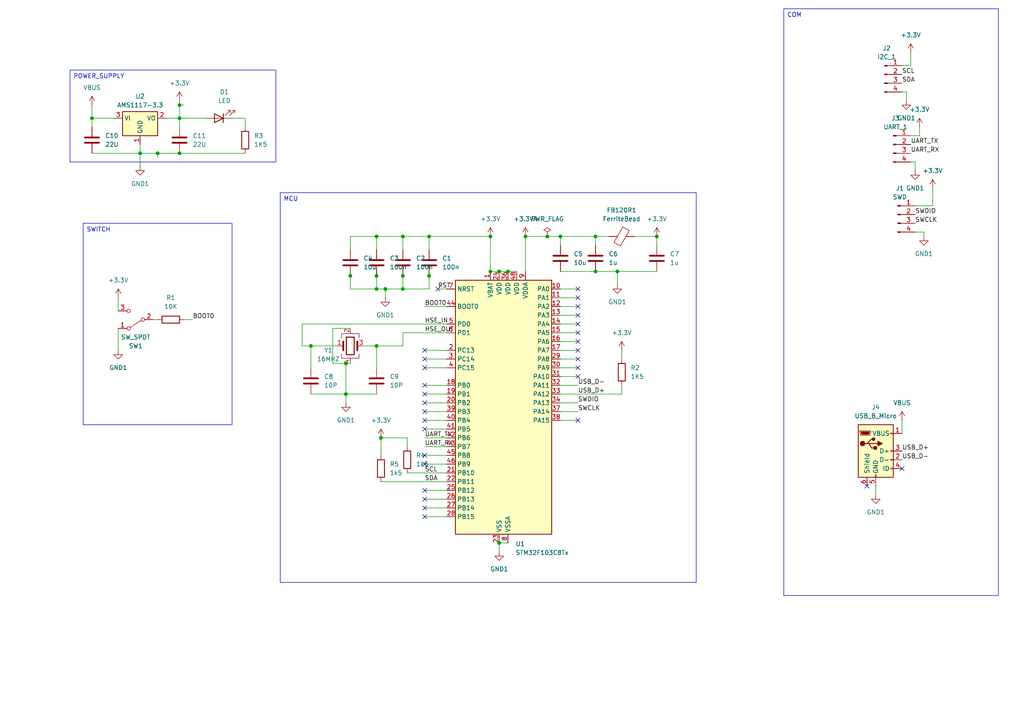
<source format=kicad_sch>
(kicad_sch (version 20230121) (generator eeschema)

  (uuid cdd3ff2c-07ed-45e6-a229-dbfbbf005cd2)

  (paper "A4")

  (title_block
    (title "STM32")
  )

  (lib_symbols
    (symbol "Connector:Conn_01x04_Pin" (pin_names (offset 1.016) hide) (in_bom yes) (on_board yes)
      (property "Reference" "J" (at 0 5.08 0)
        (effects (font (size 1.27 1.27)))
      )
      (property "Value" "Conn_01x04_Pin" (at 0 -7.62 0)
        (effects (font (size 1.27 1.27)))
      )
      (property "Footprint" "" (at 0 0 0)
        (effects (font (size 1.27 1.27)) hide)
      )
      (property "Datasheet" "~" (at 0 0 0)
        (effects (font (size 1.27 1.27)) hide)
      )
      (property "ki_locked" "" (at 0 0 0)
        (effects (font (size 1.27 1.27)))
      )
      (property "ki_keywords" "connector" (at 0 0 0)
        (effects (font (size 1.27 1.27)) hide)
      )
      (property "ki_description" "Generic connector, single row, 01x04, script generated" (at 0 0 0)
        (effects (font (size 1.27 1.27)) hide)
      )
      (property "ki_fp_filters" "Connector*:*_1x??_*" (at 0 0 0)
        (effects (font (size 1.27 1.27)) hide)
      )
      (symbol "Conn_01x04_Pin_1_1"
        (polyline
          (pts
            (xy 1.27 -5.08)
            (xy 0.8636 -5.08)
          )
          (stroke (width 0.1524) (type default))
          (fill (type none))
        )
        (polyline
          (pts
            (xy 1.27 -2.54)
            (xy 0.8636 -2.54)
          )
          (stroke (width 0.1524) (type default))
          (fill (type none))
        )
        (polyline
          (pts
            (xy 1.27 0)
            (xy 0.8636 0)
          )
          (stroke (width 0.1524) (type default))
          (fill (type none))
        )
        (polyline
          (pts
            (xy 1.27 2.54)
            (xy 0.8636 2.54)
          )
          (stroke (width 0.1524) (type default))
          (fill (type none))
        )
        (rectangle (start 0.8636 -4.953) (end 0 -5.207)
          (stroke (width 0.1524) (type default))
          (fill (type outline))
        )
        (rectangle (start 0.8636 -2.413) (end 0 -2.667)
          (stroke (width 0.1524) (type default))
          (fill (type outline))
        )
        (rectangle (start 0.8636 0.127) (end 0 -0.127)
          (stroke (width 0.1524) (type default))
          (fill (type outline))
        )
        (rectangle (start 0.8636 2.667) (end 0 2.413)
          (stroke (width 0.1524) (type default))
          (fill (type outline))
        )
        (pin passive line (at 5.08 2.54 180) (length 3.81)
          (name "Pin_1" (effects (font (size 1.27 1.27))))
          (number "1" (effects (font (size 1.27 1.27))))
        )
        (pin passive line (at 5.08 0 180) (length 3.81)
          (name "Pin_2" (effects (font (size 1.27 1.27))))
          (number "2" (effects (font (size 1.27 1.27))))
        )
        (pin passive line (at 5.08 -2.54 180) (length 3.81)
          (name "Pin_3" (effects (font (size 1.27 1.27))))
          (number "3" (effects (font (size 1.27 1.27))))
        )
        (pin passive line (at 5.08 -5.08 180) (length 3.81)
          (name "Pin_4" (effects (font (size 1.27 1.27))))
          (number "4" (effects (font (size 1.27 1.27))))
        )
      )
    )
    (symbol "Connector:USB_B_Micro" (pin_names (offset 1.016)) (in_bom yes) (on_board yes)
      (property "Reference" "J" (at -5.08 11.43 0)
        (effects (font (size 1.27 1.27)) (justify left))
      )
      (property "Value" "USB_B_Micro" (at -5.08 8.89 0)
        (effects (font (size 1.27 1.27)) (justify left))
      )
      (property "Footprint" "" (at 3.81 -1.27 0)
        (effects (font (size 1.27 1.27)) hide)
      )
      (property "Datasheet" "~" (at 3.81 -1.27 0)
        (effects (font (size 1.27 1.27)) hide)
      )
      (property "ki_keywords" "connector USB micro" (at 0 0 0)
        (effects (font (size 1.27 1.27)) hide)
      )
      (property "ki_description" "USB Micro Type B connector" (at 0 0 0)
        (effects (font (size 1.27 1.27)) hide)
      )
      (property "ki_fp_filters" "USB*" (at 0 0 0)
        (effects (font (size 1.27 1.27)) hide)
      )
      (symbol "USB_B_Micro_0_1"
        (rectangle (start -5.08 -7.62) (end 5.08 7.62)
          (stroke (width 0.254) (type default))
          (fill (type background))
        )
        (circle (center -3.81 2.159) (radius 0.635)
          (stroke (width 0.254) (type default))
          (fill (type outline))
        )
        (circle (center -0.635 3.429) (radius 0.381)
          (stroke (width 0.254) (type default))
          (fill (type outline))
        )
        (rectangle (start -0.127 -7.62) (end 0.127 -6.858)
          (stroke (width 0) (type default))
          (fill (type none))
        )
        (polyline
          (pts
            (xy -1.905 2.159)
            (xy 0.635 2.159)
          )
          (stroke (width 0.254) (type default))
          (fill (type none))
        )
        (polyline
          (pts
            (xy -3.175 2.159)
            (xy -2.54 2.159)
            (xy -1.27 3.429)
            (xy -0.635 3.429)
          )
          (stroke (width 0.254) (type default))
          (fill (type none))
        )
        (polyline
          (pts
            (xy -2.54 2.159)
            (xy -1.905 2.159)
            (xy -1.27 0.889)
            (xy 0 0.889)
          )
          (stroke (width 0.254) (type default))
          (fill (type none))
        )
        (polyline
          (pts
            (xy 0.635 2.794)
            (xy 0.635 1.524)
            (xy 1.905 2.159)
            (xy 0.635 2.794)
          )
          (stroke (width 0.254) (type default))
          (fill (type outline))
        )
        (polyline
          (pts
            (xy -4.318 5.588)
            (xy -1.778 5.588)
            (xy -2.032 4.826)
            (xy -4.064 4.826)
            (xy -4.318 5.588)
          )
          (stroke (width 0) (type default))
          (fill (type outline))
        )
        (polyline
          (pts
            (xy -4.699 5.842)
            (xy -4.699 5.588)
            (xy -4.445 4.826)
            (xy -4.445 4.572)
            (xy -1.651 4.572)
            (xy -1.651 4.826)
            (xy -1.397 5.588)
            (xy -1.397 5.842)
            (xy -4.699 5.842)
          )
          (stroke (width 0) (type default))
          (fill (type none))
        )
        (rectangle (start 0.254 1.27) (end -0.508 0.508)
          (stroke (width 0.254) (type default))
          (fill (type outline))
        )
        (rectangle (start 5.08 -5.207) (end 4.318 -4.953)
          (stroke (width 0) (type default))
          (fill (type none))
        )
        (rectangle (start 5.08 -2.667) (end 4.318 -2.413)
          (stroke (width 0) (type default))
          (fill (type none))
        )
        (rectangle (start 5.08 -0.127) (end 4.318 0.127)
          (stroke (width 0) (type default))
          (fill (type none))
        )
        (rectangle (start 5.08 4.953) (end 4.318 5.207)
          (stroke (width 0) (type default))
          (fill (type none))
        )
      )
      (symbol "USB_B_Micro_1_1"
        (pin power_out line (at 7.62 5.08 180) (length 2.54)
          (name "VBUS" (effects (font (size 1.27 1.27))))
          (number "1" (effects (font (size 1.27 1.27))))
        )
        (pin bidirectional line (at 7.62 -2.54 180) (length 2.54)
          (name "D-" (effects (font (size 1.27 1.27))))
          (number "2" (effects (font (size 1.27 1.27))))
        )
        (pin bidirectional line (at 7.62 0 180) (length 2.54)
          (name "D+" (effects (font (size 1.27 1.27))))
          (number "3" (effects (font (size 1.27 1.27))))
        )
        (pin passive line (at 7.62 -5.08 180) (length 2.54)
          (name "ID" (effects (font (size 1.27 1.27))))
          (number "4" (effects (font (size 1.27 1.27))))
        )
        (pin power_out line (at 0 -10.16 90) (length 2.54)
          (name "GND" (effects (font (size 1.27 1.27))))
          (number "5" (effects (font (size 1.27 1.27))))
        )
        (pin passive line (at -2.54 -10.16 90) (length 2.54)
          (name "Shield" (effects (font (size 1.27 1.27))))
          (number "6" (effects (font (size 1.27 1.27))))
        )
      )
    )
    (symbol "Device:C" (pin_numbers hide) (pin_names (offset 0.254)) (in_bom yes) (on_board yes)
      (property "Reference" "C" (at 0.635 2.54 0)
        (effects (font (size 1.27 1.27)) (justify left))
      )
      (property "Value" "C" (at 0.635 -2.54 0)
        (effects (font (size 1.27 1.27)) (justify left))
      )
      (property "Footprint" "" (at 0.9652 -3.81 0)
        (effects (font (size 1.27 1.27)) hide)
      )
      (property "Datasheet" "~" (at 0 0 0)
        (effects (font (size 1.27 1.27)) hide)
      )
      (property "ki_keywords" "cap capacitor" (at 0 0 0)
        (effects (font (size 1.27 1.27)) hide)
      )
      (property "ki_description" "Unpolarized capacitor" (at 0 0 0)
        (effects (font (size 1.27 1.27)) hide)
      )
      (property "ki_fp_filters" "C_*" (at 0 0 0)
        (effects (font (size 1.27 1.27)) hide)
      )
      (symbol "C_0_1"
        (polyline
          (pts
            (xy -2.032 -0.762)
            (xy 2.032 -0.762)
          )
          (stroke (width 0.508) (type default))
          (fill (type none))
        )
        (polyline
          (pts
            (xy -2.032 0.762)
            (xy 2.032 0.762)
          )
          (stroke (width 0.508) (type default))
          (fill (type none))
        )
      )
      (symbol "C_1_1"
        (pin passive line (at 0 3.81 270) (length 2.794)
          (name "~" (effects (font (size 1.27 1.27))))
          (number "1" (effects (font (size 1.27 1.27))))
        )
        (pin passive line (at 0 -3.81 90) (length 2.794)
          (name "~" (effects (font (size 1.27 1.27))))
          (number "2" (effects (font (size 1.27 1.27))))
        )
      )
    )
    (symbol "Device:Crystal_GND24" (pin_names (offset 1.016) hide) (in_bom yes) (on_board yes)
      (property "Reference" "Y" (at 3.175 5.08 0)
        (effects (font (size 1.27 1.27)) (justify left))
      )
      (property "Value" "Crystal_GND24" (at 3.175 3.175 0)
        (effects (font (size 1.27 1.27)) (justify left))
      )
      (property "Footprint" "" (at 0 0 0)
        (effects (font (size 1.27 1.27)) hide)
      )
      (property "Datasheet" "~" (at 0 0 0)
        (effects (font (size 1.27 1.27)) hide)
      )
      (property "ki_keywords" "quartz ceramic resonator oscillator" (at 0 0 0)
        (effects (font (size 1.27 1.27)) hide)
      )
      (property "ki_description" "Four pin crystal, GND on pins 2 and 4" (at 0 0 0)
        (effects (font (size 1.27 1.27)) hide)
      )
      (property "ki_fp_filters" "Crystal*" (at 0 0 0)
        (effects (font (size 1.27 1.27)) hide)
      )
      (symbol "Crystal_GND24_0_1"
        (rectangle (start -1.143 2.54) (end 1.143 -2.54)
          (stroke (width 0.3048) (type default))
          (fill (type none))
        )
        (polyline
          (pts
            (xy -2.54 0)
            (xy -2.032 0)
          )
          (stroke (width 0) (type default))
          (fill (type none))
        )
        (polyline
          (pts
            (xy -2.032 -1.27)
            (xy -2.032 1.27)
          )
          (stroke (width 0.508) (type default))
          (fill (type none))
        )
        (polyline
          (pts
            (xy 0 -3.81)
            (xy 0 -3.556)
          )
          (stroke (width 0) (type default))
          (fill (type none))
        )
        (polyline
          (pts
            (xy 0 3.556)
            (xy 0 3.81)
          )
          (stroke (width 0) (type default))
          (fill (type none))
        )
        (polyline
          (pts
            (xy 2.032 -1.27)
            (xy 2.032 1.27)
          )
          (stroke (width 0.508) (type default))
          (fill (type none))
        )
        (polyline
          (pts
            (xy 2.032 0)
            (xy 2.54 0)
          )
          (stroke (width 0) (type default))
          (fill (type none))
        )
        (polyline
          (pts
            (xy -2.54 -2.286)
            (xy -2.54 -3.556)
            (xy 2.54 -3.556)
            (xy 2.54 -2.286)
          )
          (stroke (width 0) (type default))
          (fill (type none))
        )
        (polyline
          (pts
            (xy -2.54 2.286)
            (xy -2.54 3.556)
            (xy 2.54 3.556)
            (xy 2.54 2.286)
          )
          (stroke (width 0) (type default))
          (fill (type none))
        )
      )
      (symbol "Crystal_GND24_1_1"
        (pin passive line (at -3.81 0 0) (length 1.27)
          (name "1" (effects (font (size 1.27 1.27))))
          (number "1" (effects (font (size 1.27 1.27))))
        )
        (pin passive line (at 0 5.08 270) (length 1.27)
          (name "2" (effects (font (size 1.27 1.27))))
          (number "2" (effects (font (size 1.27 1.27))))
        )
        (pin passive line (at 3.81 0 180) (length 1.27)
          (name "3" (effects (font (size 1.27 1.27))))
          (number "3" (effects (font (size 1.27 1.27))))
        )
        (pin passive line (at 0 -5.08 90) (length 1.27)
          (name "4" (effects (font (size 1.27 1.27))))
          (number "4" (effects (font (size 1.27 1.27))))
        )
      )
    )
    (symbol "Device:FerriteBead" (pin_numbers hide) (pin_names (offset 0)) (in_bom yes) (on_board yes)
      (property "Reference" "FB" (at -3.81 0.635 90)
        (effects (font (size 1.27 1.27)))
      )
      (property "Value" "FerriteBead" (at 3.81 0 90)
        (effects (font (size 1.27 1.27)))
      )
      (property "Footprint" "" (at -1.778 0 90)
        (effects (font (size 1.27 1.27)) hide)
      )
      (property "Datasheet" "~" (at 0 0 0)
        (effects (font (size 1.27 1.27)) hide)
      )
      (property "ki_keywords" "L ferrite bead inductor filter" (at 0 0 0)
        (effects (font (size 1.27 1.27)) hide)
      )
      (property "ki_description" "Ferrite bead" (at 0 0 0)
        (effects (font (size 1.27 1.27)) hide)
      )
      (property "ki_fp_filters" "Inductor_* L_* *Ferrite*" (at 0 0 0)
        (effects (font (size 1.27 1.27)) hide)
      )
      (symbol "FerriteBead_0_1"
        (polyline
          (pts
            (xy 0 -1.27)
            (xy 0 -1.2192)
          )
          (stroke (width 0) (type default))
          (fill (type none))
        )
        (polyline
          (pts
            (xy 0 1.27)
            (xy 0 1.2954)
          )
          (stroke (width 0) (type default))
          (fill (type none))
        )
        (polyline
          (pts
            (xy -2.7686 0.4064)
            (xy -1.7018 2.2606)
            (xy 2.7686 -0.3048)
            (xy 1.6764 -2.159)
            (xy -2.7686 0.4064)
          )
          (stroke (width 0) (type default))
          (fill (type none))
        )
      )
      (symbol "FerriteBead_1_1"
        (pin passive line (at 0 3.81 270) (length 2.54)
          (name "~" (effects (font (size 1.27 1.27))))
          (number "1" (effects (font (size 1.27 1.27))))
        )
        (pin passive line (at 0 -3.81 90) (length 2.54)
          (name "~" (effects (font (size 1.27 1.27))))
          (number "2" (effects (font (size 1.27 1.27))))
        )
      )
    )
    (symbol "Device:LED" (pin_numbers hide) (pin_names (offset 1.016) hide) (in_bom yes) (on_board yes)
      (property "Reference" "D" (at 0 2.54 0)
        (effects (font (size 1.27 1.27)))
      )
      (property "Value" "LED" (at 0 -2.54 0)
        (effects (font (size 1.27 1.27)))
      )
      (property "Footprint" "" (at 0 0 0)
        (effects (font (size 1.27 1.27)) hide)
      )
      (property "Datasheet" "~" (at 0 0 0)
        (effects (font (size 1.27 1.27)) hide)
      )
      (property "ki_keywords" "LED diode" (at 0 0 0)
        (effects (font (size 1.27 1.27)) hide)
      )
      (property "ki_description" "Light emitting diode" (at 0 0 0)
        (effects (font (size 1.27 1.27)) hide)
      )
      (property "ki_fp_filters" "LED* LED_SMD:* LED_THT:*" (at 0 0 0)
        (effects (font (size 1.27 1.27)) hide)
      )
      (symbol "LED_0_1"
        (polyline
          (pts
            (xy -1.27 -1.27)
            (xy -1.27 1.27)
          )
          (stroke (width 0.254) (type default))
          (fill (type none))
        )
        (polyline
          (pts
            (xy -1.27 0)
            (xy 1.27 0)
          )
          (stroke (width 0) (type default))
          (fill (type none))
        )
        (polyline
          (pts
            (xy 1.27 -1.27)
            (xy 1.27 1.27)
            (xy -1.27 0)
            (xy 1.27 -1.27)
          )
          (stroke (width 0.254) (type default))
          (fill (type none))
        )
        (polyline
          (pts
            (xy -3.048 -0.762)
            (xy -4.572 -2.286)
            (xy -3.81 -2.286)
            (xy -4.572 -2.286)
            (xy -4.572 -1.524)
          )
          (stroke (width 0) (type default))
          (fill (type none))
        )
        (polyline
          (pts
            (xy -1.778 -0.762)
            (xy -3.302 -2.286)
            (xy -2.54 -2.286)
            (xy -3.302 -2.286)
            (xy -3.302 -1.524)
          )
          (stroke (width 0) (type default))
          (fill (type none))
        )
      )
      (symbol "LED_1_1"
        (pin passive line (at -3.81 0 0) (length 2.54)
          (name "K" (effects (font (size 1.27 1.27))))
          (number "1" (effects (font (size 1.27 1.27))))
        )
        (pin passive line (at 3.81 0 180) (length 2.54)
          (name "A" (effects (font (size 1.27 1.27))))
          (number "2" (effects (font (size 1.27 1.27))))
        )
      )
    )
    (symbol "Device:R" (pin_numbers hide) (pin_names (offset 0)) (in_bom yes) (on_board yes)
      (property "Reference" "R" (at 2.032 0 90)
        (effects (font (size 1.27 1.27)))
      )
      (property "Value" "R" (at 0 0 90)
        (effects (font (size 1.27 1.27)))
      )
      (property "Footprint" "" (at -1.778 0 90)
        (effects (font (size 1.27 1.27)) hide)
      )
      (property "Datasheet" "~" (at 0 0 0)
        (effects (font (size 1.27 1.27)) hide)
      )
      (property "ki_keywords" "R res resistor" (at 0 0 0)
        (effects (font (size 1.27 1.27)) hide)
      )
      (property "ki_description" "Resistor" (at 0 0 0)
        (effects (font (size 1.27 1.27)) hide)
      )
      (property "ki_fp_filters" "R_*" (at 0 0 0)
        (effects (font (size 1.27 1.27)) hide)
      )
      (symbol "R_0_1"
        (rectangle (start -1.016 -2.54) (end 1.016 2.54)
          (stroke (width 0.254) (type default))
          (fill (type none))
        )
      )
      (symbol "R_1_1"
        (pin passive line (at 0 3.81 270) (length 1.27)
          (name "~" (effects (font (size 1.27 1.27))))
          (number "1" (effects (font (size 1.27 1.27))))
        )
        (pin passive line (at 0 -3.81 90) (length 1.27)
          (name "~" (effects (font (size 1.27 1.27))))
          (number "2" (effects (font (size 1.27 1.27))))
        )
      )
    )
    (symbol "MCU_ST_STM32F1:STM32F103C8Tx" (in_bom yes) (on_board yes)
      (property "Reference" "U" (at -12.7 39.37 0)
        (effects (font (size 1.27 1.27)) (justify left))
      )
      (property "Value" "STM32F103C8Tx" (at 10.16 39.37 0)
        (effects (font (size 1.27 1.27)) (justify left))
      )
      (property "Footprint" "Package_QFP:LQFP-48_7x7mm_P0.5mm" (at -12.7 -35.56 0)
        (effects (font (size 1.27 1.27)) (justify right) hide)
      )
      (property "Datasheet" "https://www.st.com/resource/en/datasheet/stm32f103c8.pdf" (at 0 0 0)
        (effects (font (size 1.27 1.27)) hide)
      )
      (property "ki_locked" "" (at 0 0 0)
        (effects (font (size 1.27 1.27)))
      )
      (property "ki_keywords" "Arm Cortex-M3 STM32F1 STM32F103" (at 0 0 0)
        (effects (font (size 1.27 1.27)) hide)
      )
      (property "ki_description" "STMicroelectronics Arm Cortex-M3 MCU, 64KB flash, 20KB RAM, 72 MHz, 2.0-3.6V, 37 GPIO, LQFP48" (at 0 0 0)
        (effects (font (size 1.27 1.27)) hide)
      )
      (property "ki_fp_filters" "LQFP*7x7mm*P0.5mm*" (at 0 0 0)
        (effects (font (size 1.27 1.27)) hide)
      )
      (symbol "STM32F103C8Tx_0_1"
        (rectangle (start -12.7 -35.56) (end 15.24 38.1)
          (stroke (width 0.254) (type default))
          (fill (type background))
        )
      )
      (symbol "STM32F103C8Tx_1_1"
        (pin power_in line (at -2.54 40.64 270) (length 2.54)
          (name "VBAT" (effects (font (size 1.27 1.27))))
          (number "1" (effects (font (size 1.27 1.27))))
        )
        (pin bidirectional line (at 17.78 35.56 180) (length 2.54)
          (name "PA0" (effects (font (size 1.27 1.27))))
          (number "10" (effects (font (size 1.27 1.27))))
          (alternate "ADC1_IN0" bidirectional line)
          (alternate "ADC2_IN0" bidirectional line)
          (alternate "SYS_WKUP" bidirectional line)
          (alternate "TIM2_CH1" bidirectional line)
          (alternate "TIM2_ETR" bidirectional line)
          (alternate "USART2_CTS" bidirectional line)
        )
        (pin bidirectional line (at 17.78 33.02 180) (length 2.54)
          (name "PA1" (effects (font (size 1.27 1.27))))
          (number "11" (effects (font (size 1.27 1.27))))
          (alternate "ADC1_IN1" bidirectional line)
          (alternate "ADC2_IN1" bidirectional line)
          (alternate "TIM2_CH2" bidirectional line)
          (alternate "USART2_RTS" bidirectional line)
        )
        (pin bidirectional line (at 17.78 30.48 180) (length 2.54)
          (name "PA2" (effects (font (size 1.27 1.27))))
          (number "12" (effects (font (size 1.27 1.27))))
          (alternate "ADC1_IN2" bidirectional line)
          (alternate "ADC2_IN2" bidirectional line)
          (alternate "TIM2_CH3" bidirectional line)
          (alternate "USART2_TX" bidirectional line)
        )
        (pin bidirectional line (at 17.78 27.94 180) (length 2.54)
          (name "PA3" (effects (font (size 1.27 1.27))))
          (number "13" (effects (font (size 1.27 1.27))))
          (alternate "ADC1_IN3" bidirectional line)
          (alternate "ADC2_IN3" bidirectional line)
          (alternate "TIM2_CH4" bidirectional line)
          (alternate "USART2_RX" bidirectional line)
        )
        (pin bidirectional line (at 17.78 25.4 180) (length 2.54)
          (name "PA4" (effects (font (size 1.27 1.27))))
          (number "14" (effects (font (size 1.27 1.27))))
          (alternate "ADC1_IN4" bidirectional line)
          (alternate "ADC2_IN4" bidirectional line)
          (alternate "SPI1_NSS" bidirectional line)
          (alternate "USART2_CK" bidirectional line)
        )
        (pin bidirectional line (at 17.78 22.86 180) (length 2.54)
          (name "PA5" (effects (font (size 1.27 1.27))))
          (number "15" (effects (font (size 1.27 1.27))))
          (alternate "ADC1_IN5" bidirectional line)
          (alternate "ADC2_IN5" bidirectional line)
          (alternate "SPI1_SCK" bidirectional line)
        )
        (pin bidirectional line (at 17.78 20.32 180) (length 2.54)
          (name "PA6" (effects (font (size 1.27 1.27))))
          (number "16" (effects (font (size 1.27 1.27))))
          (alternate "ADC1_IN6" bidirectional line)
          (alternate "ADC2_IN6" bidirectional line)
          (alternate "SPI1_MISO" bidirectional line)
          (alternate "TIM1_BKIN" bidirectional line)
          (alternate "TIM3_CH1" bidirectional line)
        )
        (pin bidirectional line (at 17.78 17.78 180) (length 2.54)
          (name "PA7" (effects (font (size 1.27 1.27))))
          (number "17" (effects (font (size 1.27 1.27))))
          (alternate "ADC1_IN7" bidirectional line)
          (alternate "ADC2_IN7" bidirectional line)
          (alternate "SPI1_MOSI" bidirectional line)
          (alternate "TIM1_CH1N" bidirectional line)
          (alternate "TIM3_CH2" bidirectional line)
        )
        (pin bidirectional line (at -15.24 7.62 0) (length 2.54)
          (name "PB0" (effects (font (size 1.27 1.27))))
          (number "18" (effects (font (size 1.27 1.27))))
          (alternate "ADC1_IN8" bidirectional line)
          (alternate "ADC2_IN8" bidirectional line)
          (alternate "TIM1_CH2N" bidirectional line)
          (alternate "TIM3_CH3" bidirectional line)
        )
        (pin bidirectional line (at -15.24 5.08 0) (length 2.54)
          (name "PB1" (effects (font (size 1.27 1.27))))
          (number "19" (effects (font (size 1.27 1.27))))
          (alternate "ADC1_IN9" bidirectional line)
          (alternate "ADC2_IN9" bidirectional line)
          (alternate "TIM1_CH3N" bidirectional line)
          (alternate "TIM3_CH4" bidirectional line)
        )
        (pin bidirectional line (at -15.24 17.78 0) (length 2.54)
          (name "PC13" (effects (font (size 1.27 1.27))))
          (number "2" (effects (font (size 1.27 1.27))))
          (alternate "RTC_OUT" bidirectional line)
          (alternate "RTC_TAMPER" bidirectional line)
        )
        (pin bidirectional line (at -15.24 2.54 0) (length 2.54)
          (name "PB2" (effects (font (size 1.27 1.27))))
          (number "20" (effects (font (size 1.27 1.27))))
        )
        (pin bidirectional line (at -15.24 -17.78 0) (length 2.54)
          (name "PB10" (effects (font (size 1.27 1.27))))
          (number "21" (effects (font (size 1.27 1.27))))
          (alternate "I2C2_SCL" bidirectional line)
          (alternate "TIM2_CH3" bidirectional line)
          (alternate "USART3_TX" bidirectional line)
        )
        (pin bidirectional line (at -15.24 -20.32 0) (length 2.54)
          (name "PB11" (effects (font (size 1.27 1.27))))
          (number "22" (effects (font (size 1.27 1.27))))
          (alternate "ADC1_EXTI11" bidirectional line)
          (alternate "ADC2_EXTI11" bidirectional line)
          (alternate "I2C2_SDA" bidirectional line)
          (alternate "TIM2_CH4" bidirectional line)
          (alternate "USART3_RX" bidirectional line)
        )
        (pin power_in line (at 0 -38.1 90) (length 2.54)
          (name "VSS" (effects (font (size 1.27 1.27))))
          (number "23" (effects (font (size 1.27 1.27))))
        )
        (pin power_in line (at 0 40.64 270) (length 2.54)
          (name "VDD" (effects (font (size 1.27 1.27))))
          (number "24" (effects (font (size 1.27 1.27))))
        )
        (pin bidirectional line (at -15.24 -22.86 0) (length 2.54)
          (name "PB12" (effects (font (size 1.27 1.27))))
          (number "25" (effects (font (size 1.27 1.27))))
          (alternate "I2C2_SMBA" bidirectional line)
          (alternate "SPI2_NSS" bidirectional line)
          (alternate "TIM1_BKIN" bidirectional line)
          (alternate "USART3_CK" bidirectional line)
        )
        (pin bidirectional line (at -15.24 -25.4 0) (length 2.54)
          (name "PB13" (effects (font (size 1.27 1.27))))
          (number "26" (effects (font (size 1.27 1.27))))
          (alternate "SPI2_SCK" bidirectional line)
          (alternate "TIM1_CH1N" bidirectional line)
          (alternate "USART3_CTS" bidirectional line)
        )
        (pin bidirectional line (at -15.24 -27.94 0) (length 2.54)
          (name "PB14" (effects (font (size 1.27 1.27))))
          (number "27" (effects (font (size 1.27 1.27))))
          (alternate "SPI2_MISO" bidirectional line)
          (alternate "TIM1_CH2N" bidirectional line)
          (alternate "USART3_RTS" bidirectional line)
        )
        (pin bidirectional line (at -15.24 -30.48 0) (length 2.54)
          (name "PB15" (effects (font (size 1.27 1.27))))
          (number "28" (effects (font (size 1.27 1.27))))
          (alternate "ADC1_EXTI15" bidirectional line)
          (alternate "ADC2_EXTI15" bidirectional line)
          (alternate "SPI2_MOSI" bidirectional line)
          (alternate "TIM1_CH3N" bidirectional line)
        )
        (pin bidirectional line (at 17.78 15.24 180) (length 2.54)
          (name "PA8" (effects (font (size 1.27 1.27))))
          (number "29" (effects (font (size 1.27 1.27))))
          (alternate "RCC_MCO" bidirectional line)
          (alternate "TIM1_CH1" bidirectional line)
          (alternate "USART1_CK" bidirectional line)
        )
        (pin bidirectional line (at -15.24 15.24 0) (length 2.54)
          (name "PC14" (effects (font (size 1.27 1.27))))
          (number "3" (effects (font (size 1.27 1.27))))
          (alternate "RCC_OSC32_IN" bidirectional line)
        )
        (pin bidirectional line (at 17.78 12.7 180) (length 2.54)
          (name "PA9" (effects (font (size 1.27 1.27))))
          (number "30" (effects (font (size 1.27 1.27))))
          (alternate "TIM1_CH2" bidirectional line)
          (alternate "USART1_TX" bidirectional line)
        )
        (pin bidirectional line (at 17.78 10.16 180) (length 2.54)
          (name "PA10" (effects (font (size 1.27 1.27))))
          (number "31" (effects (font (size 1.27 1.27))))
          (alternate "TIM1_CH3" bidirectional line)
          (alternate "USART1_RX" bidirectional line)
        )
        (pin bidirectional line (at 17.78 7.62 180) (length 2.54)
          (name "PA11" (effects (font (size 1.27 1.27))))
          (number "32" (effects (font (size 1.27 1.27))))
          (alternate "ADC1_EXTI11" bidirectional line)
          (alternate "ADC2_EXTI11" bidirectional line)
          (alternate "CAN_RX" bidirectional line)
          (alternate "TIM1_CH4" bidirectional line)
          (alternate "USART1_CTS" bidirectional line)
          (alternate "USB_DM" bidirectional line)
        )
        (pin bidirectional line (at 17.78 5.08 180) (length 2.54)
          (name "PA12" (effects (font (size 1.27 1.27))))
          (number "33" (effects (font (size 1.27 1.27))))
          (alternate "CAN_TX" bidirectional line)
          (alternate "TIM1_ETR" bidirectional line)
          (alternate "USART1_RTS" bidirectional line)
          (alternate "USB_DP" bidirectional line)
        )
        (pin bidirectional line (at 17.78 2.54 180) (length 2.54)
          (name "PA13" (effects (font (size 1.27 1.27))))
          (number "34" (effects (font (size 1.27 1.27))))
          (alternate "SYS_JTMS-SWDIO" bidirectional line)
        )
        (pin passive line (at 0 -38.1 90) (length 2.54) hide
          (name "VSS" (effects (font (size 1.27 1.27))))
          (number "35" (effects (font (size 1.27 1.27))))
        )
        (pin power_in line (at 2.54 40.64 270) (length 2.54)
          (name "VDD" (effects (font (size 1.27 1.27))))
          (number "36" (effects (font (size 1.27 1.27))))
        )
        (pin bidirectional line (at 17.78 0 180) (length 2.54)
          (name "PA14" (effects (font (size 1.27 1.27))))
          (number "37" (effects (font (size 1.27 1.27))))
          (alternate "SYS_JTCK-SWCLK" bidirectional line)
        )
        (pin bidirectional line (at 17.78 -2.54 180) (length 2.54)
          (name "PA15" (effects (font (size 1.27 1.27))))
          (number "38" (effects (font (size 1.27 1.27))))
          (alternate "ADC1_EXTI15" bidirectional line)
          (alternate "ADC2_EXTI15" bidirectional line)
          (alternate "SPI1_NSS" bidirectional line)
          (alternate "SYS_JTDI" bidirectional line)
          (alternate "TIM2_CH1" bidirectional line)
          (alternate "TIM2_ETR" bidirectional line)
        )
        (pin bidirectional line (at -15.24 0 0) (length 2.54)
          (name "PB3" (effects (font (size 1.27 1.27))))
          (number "39" (effects (font (size 1.27 1.27))))
          (alternate "SPI1_SCK" bidirectional line)
          (alternate "SYS_JTDO-TRACESWO" bidirectional line)
          (alternate "TIM2_CH2" bidirectional line)
        )
        (pin bidirectional line (at -15.24 12.7 0) (length 2.54)
          (name "PC15" (effects (font (size 1.27 1.27))))
          (number "4" (effects (font (size 1.27 1.27))))
          (alternate "ADC1_EXTI15" bidirectional line)
          (alternate "ADC2_EXTI15" bidirectional line)
          (alternate "RCC_OSC32_OUT" bidirectional line)
        )
        (pin bidirectional line (at -15.24 -2.54 0) (length 2.54)
          (name "PB4" (effects (font (size 1.27 1.27))))
          (number "40" (effects (font (size 1.27 1.27))))
          (alternate "SPI1_MISO" bidirectional line)
          (alternate "SYS_NJTRST" bidirectional line)
          (alternate "TIM3_CH1" bidirectional line)
        )
        (pin bidirectional line (at -15.24 -5.08 0) (length 2.54)
          (name "PB5" (effects (font (size 1.27 1.27))))
          (number "41" (effects (font (size 1.27 1.27))))
          (alternate "I2C1_SMBA" bidirectional line)
          (alternate "SPI1_MOSI" bidirectional line)
          (alternate "TIM3_CH2" bidirectional line)
        )
        (pin bidirectional line (at -15.24 -7.62 0) (length 2.54)
          (name "PB6" (effects (font (size 1.27 1.27))))
          (number "42" (effects (font (size 1.27 1.27))))
          (alternate "I2C1_SCL" bidirectional line)
          (alternate "TIM4_CH1" bidirectional line)
          (alternate "USART1_TX" bidirectional line)
        )
        (pin bidirectional line (at -15.24 -10.16 0) (length 2.54)
          (name "PB7" (effects (font (size 1.27 1.27))))
          (number "43" (effects (font (size 1.27 1.27))))
          (alternate "I2C1_SDA" bidirectional line)
          (alternate "TIM4_CH2" bidirectional line)
          (alternate "USART1_RX" bidirectional line)
        )
        (pin input line (at -15.24 30.48 0) (length 2.54)
          (name "BOOT0" (effects (font (size 1.27 1.27))))
          (number "44" (effects (font (size 1.27 1.27))))
        )
        (pin bidirectional line (at -15.24 -12.7 0) (length 2.54)
          (name "PB8" (effects (font (size 1.27 1.27))))
          (number "45" (effects (font (size 1.27 1.27))))
          (alternate "CAN_RX" bidirectional line)
          (alternate "I2C1_SCL" bidirectional line)
          (alternate "TIM4_CH3" bidirectional line)
        )
        (pin bidirectional line (at -15.24 -15.24 0) (length 2.54)
          (name "PB9" (effects (font (size 1.27 1.27))))
          (number "46" (effects (font (size 1.27 1.27))))
          (alternate "CAN_TX" bidirectional line)
          (alternate "I2C1_SDA" bidirectional line)
          (alternate "TIM4_CH4" bidirectional line)
        )
        (pin passive line (at 0 -38.1 90) (length 2.54) hide
          (name "VSS" (effects (font (size 1.27 1.27))))
          (number "47" (effects (font (size 1.27 1.27))))
        )
        (pin power_in line (at 5.08 40.64 270) (length 2.54)
          (name "VDD" (effects (font (size 1.27 1.27))))
          (number "48" (effects (font (size 1.27 1.27))))
        )
        (pin bidirectional line (at -15.24 25.4 0) (length 2.54)
          (name "PD0" (effects (font (size 1.27 1.27))))
          (number "5" (effects (font (size 1.27 1.27))))
          (alternate "RCC_OSC_IN" bidirectional line)
        )
        (pin bidirectional line (at -15.24 22.86 0) (length 2.54)
          (name "PD1" (effects (font (size 1.27 1.27))))
          (number "6" (effects (font (size 1.27 1.27))))
          (alternate "RCC_OSC_OUT" bidirectional line)
        )
        (pin input line (at -15.24 35.56 0) (length 2.54)
          (name "NRST" (effects (font (size 1.27 1.27))))
          (number "7" (effects (font (size 1.27 1.27))))
        )
        (pin power_in line (at 2.54 -38.1 90) (length 2.54)
          (name "VSSA" (effects (font (size 1.27 1.27))))
          (number "8" (effects (font (size 1.27 1.27))))
        )
        (pin power_in line (at 7.62 40.64 270) (length 2.54)
          (name "VDDA" (effects (font (size 1.27 1.27))))
          (number "9" (effects (font (size 1.27 1.27))))
        )
      )
    )
    (symbol "Regulator_Linear:AMS1117-3.3" (in_bom yes) (on_board yes)
      (property "Reference" "U" (at -3.81 3.175 0)
        (effects (font (size 1.27 1.27)))
      )
      (property "Value" "AMS1117-3.3" (at 0 3.175 0)
        (effects (font (size 1.27 1.27)) (justify left))
      )
      (property "Footprint" "Package_TO_SOT_SMD:SOT-223-3_TabPin2" (at 0 5.08 0)
        (effects (font (size 1.27 1.27)) hide)
      )
      (property "Datasheet" "http://www.advanced-monolithic.com/pdf/ds1117.pdf" (at 2.54 -6.35 0)
        (effects (font (size 1.27 1.27)) hide)
      )
      (property "ki_keywords" "linear regulator ldo fixed positive" (at 0 0 0)
        (effects (font (size 1.27 1.27)) hide)
      )
      (property "ki_description" "1A Low Dropout regulator, positive, 3.3V fixed output, SOT-223" (at 0 0 0)
        (effects (font (size 1.27 1.27)) hide)
      )
      (property "ki_fp_filters" "SOT?223*TabPin2*" (at 0 0 0)
        (effects (font (size 1.27 1.27)) hide)
      )
      (symbol "AMS1117-3.3_0_1"
        (rectangle (start -5.08 -5.08) (end 5.08 1.905)
          (stroke (width 0.254) (type default))
          (fill (type background))
        )
      )
      (symbol "AMS1117-3.3_1_1"
        (pin power_in line (at 0 -7.62 90) (length 2.54)
          (name "GND" (effects (font (size 1.27 1.27))))
          (number "1" (effects (font (size 1.27 1.27))))
        )
        (pin power_out line (at 7.62 0 180) (length 2.54)
          (name "VO" (effects (font (size 1.27 1.27))))
          (number "2" (effects (font (size 1.27 1.27))))
        )
        (pin power_in line (at -7.62 0 0) (length 2.54)
          (name "VI" (effects (font (size 1.27 1.27))))
          (number "3" (effects (font (size 1.27 1.27))))
        )
      )
    )
    (symbol "Switch:SW_SPDT" (pin_names (offset 0) hide) (in_bom yes) (on_board yes)
      (property "Reference" "SW" (at 0 4.318 0)
        (effects (font (size 1.27 1.27)))
      )
      (property "Value" "SW_SPDT" (at 0 -5.08 0)
        (effects (font (size 1.27 1.27)))
      )
      (property "Footprint" "" (at 0 0 0)
        (effects (font (size 1.27 1.27)) hide)
      )
      (property "Datasheet" "~" (at 0 0 0)
        (effects (font (size 1.27 1.27)) hide)
      )
      (property "ki_keywords" "switch single-pole double-throw spdt ON-ON" (at 0 0 0)
        (effects (font (size 1.27 1.27)) hide)
      )
      (property "ki_description" "Switch, single pole double throw" (at 0 0 0)
        (effects (font (size 1.27 1.27)) hide)
      )
      (symbol "SW_SPDT_0_0"
        (circle (center -2.032 0) (radius 0.508)
          (stroke (width 0) (type default))
          (fill (type none))
        )
        (circle (center 2.032 -2.54) (radius 0.508)
          (stroke (width 0) (type default))
          (fill (type none))
        )
      )
      (symbol "SW_SPDT_0_1"
        (polyline
          (pts
            (xy -1.524 0.254)
            (xy 1.651 2.286)
          )
          (stroke (width 0) (type default))
          (fill (type none))
        )
        (circle (center 2.032 2.54) (radius 0.508)
          (stroke (width 0) (type default))
          (fill (type none))
        )
      )
      (symbol "SW_SPDT_1_1"
        (pin passive line (at 5.08 2.54 180) (length 2.54)
          (name "A" (effects (font (size 1.27 1.27))))
          (number "1" (effects (font (size 1.27 1.27))))
        )
        (pin passive line (at -5.08 0 0) (length 2.54)
          (name "B" (effects (font (size 1.27 1.27))))
          (number "2" (effects (font (size 1.27 1.27))))
        )
        (pin passive line (at 5.08 -2.54 180) (length 2.54)
          (name "C" (effects (font (size 1.27 1.27))))
          (number "3" (effects (font (size 1.27 1.27))))
        )
      )
    )
    (symbol "power:+3.3V" (power) (pin_names (offset 0)) (in_bom yes) (on_board yes)
      (property "Reference" "#PWR" (at 0 -3.81 0)
        (effects (font (size 1.27 1.27)) hide)
      )
      (property "Value" "+3.3V" (at 0 3.556 0)
        (effects (font (size 1.27 1.27)))
      )
      (property "Footprint" "" (at 0 0 0)
        (effects (font (size 1.27 1.27)) hide)
      )
      (property "Datasheet" "" (at 0 0 0)
        (effects (font (size 1.27 1.27)) hide)
      )
      (property "ki_keywords" "global power" (at 0 0 0)
        (effects (font (size 1.27 1.27)) hide)
      )
      (property "ki_description" "Power symbol creates a global label with name \"+3.3V\"" (at 0 0 0)
        (effects (font (size 1.27 1.27)) hide)
      )
      (symbol "+3.3V_0_1"
        (polyline
          (pts
            (xy -0.762 1.27)
            (xy 0 2.54)
          )
          (stroke (width 0) (type default))
          (fill (type none))
        )
        (polyline
          (pts
            (xy 0 0)
            (xy 0 2.54)
          )
          (stroke (width 0) (type default))
          (fill (type none))
        )
        (polyline
          (pts
            (xy 0 2.54)
            (xy 0.762 1.27)
          )
          (stroke (width 0) (type default))
          (fill (type none))
        )
      )
      (symbol "+3.3V_1_1"
        (pin power_in line (at 0 0 90) (length 0) hide
          (name "+3.3V" (effects (font (size 1.27 1.27))))
          (number "1" (effects (font (size 1.27 1.27))))
        )
      )
    )
    (symbol "power:+3.3VA" (power) (pin_names (offset 0)) (in_bom yes) (on_board yes)
      (property "Reference" "#PWR" (at 0 -3.81 0)
        (effects (font (size 1.27 1.27)) hide)
      )
      (property "Value" "+3.3VA" (at 0 3.556 0)
        (effects (font (size 1.27 1.27)))
      )
      (property "Footprint" "" (at 0 0 0)
        (effects (font (size 1.27 1.27)) hide)
      )
      (property "Datasheet" "" (at 0 0 0)
        (effects (font (size 1.27 1.27)) hide)
      )
      (property "ki_keywords" "global power" (at 0 0 0)
        (effects (font (size 1.27 1.27)) hide)
      )
      (property "ki_description" "Power symbol creates a global label with name \"+3.3VA\"" (at 0 0 0)
        (effects (font (size 1.27 1.27)) hide)
      )
      (symbol "+3.3VA_0_1"
        (polyline
          (pts
            (xy -0.762 1.27)
            (xy 0 2.54)
          )
          (stroke (width 0) (type default))
          (fill (type none))
        )
        (polyline
          (pts
            (xy 0 0)
            (xy 0 2.54)
          )
          (stroke (width 0) (type default))
          (fill (type none))
        )
        (polyline
          (pts
            (xy 0 2.54)
            (xy 0.762 1.27)
          )
          (stroke (width 0) (type default))
          (fill (type none))
        )
      )
      (symbol "+3.3VA_1_1"
        (pin power_in line (at 0 0 90) (length 0) hide
          (name "+3.3VA" (effects (font (size 1.27 1.27))))
          (number "1" (effects (font (size 1.27 1.27))))
        )
      )
    )
    (symbol "power:GND1" (power) (pin_names (offset 0)) (in_bom yes) (on_board yes)
      (property "Reference" "#PWR" (at 0 -6.35 0)
        (effects (font (size 1.27 1.27)) hide)
      )
      (property "Value" "GND1" (at 0 -3.81 0)
        (effects (font (size 1.27 1.27)))
      )
      (property "Footprint" "" (at 0 0 0)
        (effects (font (size 1.27 1.27)) hide)
      )
      (property "Datasheet" "" (at 0 0 0)
        (effects (font (size 1.27 1.27)) hide)
      )
      (property "ki_keywords" "global power" (at 0 0 0)
        (effects (font (size 1.27 1.27)) hide)
      )
      (property "ki_description" "Power symbol creates a global label with name \"GND1\" , ground" (at 0 0 0)
        (effects (font (size 1.27 1.27)) hide)
      )
      (symbol "GND1_0_1"
        (polyline
          (pts
            (xy 0 0)
            (xy 0 -1.27)
            (xy 1.27 -1.27)
            (xy 0 -2.54)
            (xy -1.27 -1.27)
            (xy 0 -1.27)
          )
          (stroke (width 0) (type default))
          (fill (type none))
        )
      )
      (symbol "GND1_1_1"
        (pin power_in line (at 0 0 270) (length 0) hide
          (name "GND1" (effects (font (size 1.27 1.27))))
          (number "1" (effects (font (size 1.27 1.27))))
        )
      )
    )
    (symbol "power:PWR_FLAG" (power) (pin_numbers hide) (pin_names (offset 0) hide) (in_bom yes) (on_board yes)
      (property "Reference" "#FLG" (at 0 1.905 0)
        (effects (font (size 1.27 1.27)) hide)
      )
      (property "Value" "PWR_FLAG" (at 0 3.81 0)
        (effects (font (size 1.27 1.27)))
      )
      (property "Footprint" "" (at 0 0 0)
        (effects (font (size 1.27 1.27)) hide)
      )
      (property "Datasheet" "~" (at 0 0 0)
        (effects (font (size 1.27 1.27)) hide)
      )
      (property "ki_keywords" "flag power" (at 0 0 0)
        (effects (font (size 1.27 1.27)) hide)
      )
      (property "ki_description" "Special symbol for telling ERC where power comes from" (at 0 0 0)
        (effects (font (size 1.27 1.27)) hide)
      )
      (symbol "PWR_FLAG_0_0"
        (pin power_out line (at 0 0 90) (length 0)
          (name "pwr" (effects (font (size 1.27 1.27))))
          (number "1" (effects (font (size 1.27 1.27))))
        )
      )
      (symbol "PWR_FLAG_0_1"
        (polyline
          (pts
            (xy 0 0)
            (xy 0 1.27)
            (xy -1.016 1.905)
            (xy 0 2.54)
            (xy 1.016 1.905)
            (xy 0 1.27)
          )
          (stroke (width 0) (type default))
          (fill (type none))
        )
      )
    )
    (symbol "power:VBUS" (power) (pin_names (offset 0)) (in_bom yes) (on_board yes)
      (property "Reference" "#PWR" (at 0 -3.81 0)
        (effects (font (size 1.27 1.27)) hide)
      )
      (property "Value" "VBUS" (at 0 3.81 0)
        (effects (font (size 1.27 1.27)))
      )
      (property "Footprint" "" (at 0 0 0)
        (effects (font (size 1.27 1.27)) hide)
      )
      (property "Datasheet" "" (at 0 0 0)
        (effects (font (size 1.27 1.27)) hide)
      )
      (property "ki_keywords" "global power" (at 0 0 0)
        (effects (font (size 1.27 1.27)) hide)
      )
      (property "ki_description" "Power symbol creates a global label with name \"VBUS\"" (at 0 0 0)
        (effects (font (size 1.27 1.27)) hide)
      )
      (symbol "VBUS_0_1"
        (polyline
          (pts
            (xy -0.762 1.27)
            (xy 0 2.54)
          )
          (stroke (width 0) (type default))
          (fill (type none))
        )
        (polyline
          (pts
            (xy 0 0)
            (xy 0 2.54)
          )
          (stroke (width 0) (type default))
          (fill (type none))
        )
        (polyline
          (pts
            (xy 0 2.54)
            (xy 0.762 1.27)
          )
          (stroke (width 0) (type default))
          (fill (type none))
        )
      )
      (symbol "VBUS_1_1"
        (pin power_in line (at 0 0 90) (length 0) hide
          (name "VBUS" (effects (font (size 1.27 1.27))))
          (number "1" (effects (font (size 1.27 1.27))))
        )
      )
    )
  )

  (junction (at 190.5 68.58) (diameter 0) (color 0 0 0 0)
    (uuid 0399a2c5-2baa-4f28-82a3-9df539b57d83)
  )
  (junction (at 52.07 34.29) (diameter 0) (color 0 0 0 0)
    (uuid 0ae6cc6f-c576-4b5a-8a25-531a03718513)
  )
  (junction (at 110.49 127) (diameter 0) (color 0 0 0 0)
    (uuid 0e736d5a-5e1b-49a1-a657-907658c91bd8)
  )
  (junction (at 109.22 83.82) (diameter 0) (color 0 0 0 0)
    (uuid 0ee40855-f86f-4c0c-aaa8-b5913a92445c)
  )
  (junction (at 172.72 68.58) (diameter 0) (color 0 0 0 0)
    (uuid 272f6263-5f2d-4d0b-b0e9-4606a6e3eba7)
  )
  (junction (at 144.78 157.48) (diameter 0) (color 0 0 0 0)
    (uuid 2e0e0c76-cb07-42a9-aa9e-f717ce1e50e3)
  )
  (junction (at 90.17 100.33) (diameter 0) (color 0 0 0 0)
    (uuid 3c7621b4-a95c-44a4-837b-ba0cc84e8513)
  )
  (junction (at 26.67 34.29) (diameter 0) (color 0 0 0 0)
    (uuid 466f48db-833d-45cc-8f7e-c00aa948dae6)
  )
  (junction (at 111.76 83.82) (diameter 0) (color 0 0 0 0)
    (uuid 4d25a23e-6e25-4a30-904c-676fd3be19de)
  )
  (junction (at 100.33 114.3) (diameter 0) (color 0 0 0 0)
    (uuid 575299b9-468b-4bb8-a9a3-e6693f44f505)
  )
  (junction (at 109.22 68.58) (diameter 0) (color 0 0 0 0)
    (uuid 5db31b4b-e54e-4d0b-a955-629bc4196127)
  )
  (junction (at 179.07 78.74) (diameter 0) (color 0 0 0 0)
    (uuid 78246ec6-b51b-4f05-96d5-9a01aa51a024)
  )
  (junction (at 52.07 30.48) (diameter 0) (color 0 0 0 0)
    (uuid 7b8a4fcd-700e-4c92-8c1c-d86089138634)
  )
  (junction (at 101.6 80.01) (diameter 0) (color 0 0 0 0)
    (uuid 7c058d5f-d9f3-49df-b5e6-65491c783da6)
  )
  (junction (at 40.64 44.45) (diameter 0) (color 0 0 0 0)
    (uuid 84daebe8-ec26-4265-b0ba-6d284d263d8b)
  )
  (junction (at 162.56 68.58) (diameter 0) (color 0 0 0 0)
    (uuid 8fc367f0-03b2-42b0-a5c8-22bf945c6f00)
  )
  (junction (at 109.22 100.33) (diameter 0) (color 0 0 0 0)
    (uuid 9055acfd-1c9c-49ee-b2c1-28749a885d61)
  )
  (junction (at 144.78 78.74) (diameter 0) (color 0 0 0 0)
    (uuid 93a3d0a3-330f-418a-b38d-a72ae49a5c15)
  )
  (junction (at 172.72 78.74) (diameter 0) (color 0 0 0 0)
    (uuid 9ce60517-90ce-467f-b626-d2bef43394aa)
  )
  (junction (at 124.46 80.01) (diameter 0) (color 0 0 0 0)
    (uuid a2fd54ce-6e5e-43d4-ba4f-8c011adfb863)
  )
  (junction (at 124.46 68.58) (diameter 0) (color 0 0 0 0)
    (uuid ae3f8a75-c223-4c6f-80c5-908064929fd8)
  )
  (junction (at 158.75 68.58) (diameter 0) (color 0 0 0 0)
    (uuid ae8cb9e7-0a69-4c5f-b19e-55bcd8f0d39e)
  )
  (junction (at 116.84 83.82) (diameter 0) (color 0 0 0 0)
    (uuid b4583168-e3af-4ce2-a8d8-c6de4f06b86e)
  )
  (junction (at 152.4 68.58) (diameter 0) (color 0 0 0 0)
    (uuid b6736824-9d23-41c1-99f9-142ec501258c)
  )
  (junction (at 100.33 105.41) (diameter 0) (color 0 0 0 0)
    (uuid ccf71646-125b-49d1-bf72-5c043d94fefd)
  )
  (junction (at 109.22 80.01) (diameter 0) (color 0 0 0 0)
    (uuid d4b96d02-2b50-44a2-8d57-bfb32b1303e0)
  )
  (junction (at 116.84 68.58) (diameter 0) (color 0 0 0 0)
    (uuid d5a230f6-b0c8-4d38-8d3f-be7be39dcc20)
  )
  (junction (at 45.72 44.45) (diameter 0) (color 0 0 0 0)
    (uuid dcde170f-323d-4f91-a7f1-e7aec9080209)
  )
  (junction (at 52.07 44.45) (diameter 0) (color 0 0 0 0)
    (uuid eb997861-ee94-4ece-9413-2d2a64552474)
  )
  (junction (at 116.84 80.01) (diameter 0) (color 0 0 0 0)
    (uuid fb62055a-025f-4e15-8401-dd2e79b09fff)
  )
  (junction (at 147.32 78.74) (diameter 0) (color 0 0 0 0)
    (uuid fba69f6d-4644-4824-ba33-d8c519b0b0f6)
  )
  (junction (at 142.24 68.58) (diameter 0) (color 0 0 0 0)
    (uuid fe377ef7-9bba-4d1a-877b-2ad5ca7e4e0a)
  )
  (junction (at 142.24 78.74) (diameter 0) (color 0 0 0 0)
    (uuid feae8a99-8dea-42aa-b6ae-59eaddd14c38)
  )

  (no_connect (at 167.64 96.52) (uuid 0f06a490-435e-4e14-8d08-b1e9d69b53ec))
  (no_connect (at 167.64 88.9) (uuid 1872a299-b4c7-49c3-afb0-52c6abcd7695))
  (no_connect (at 123.19 144.78) (uuid 1cca05c1-9cf2-4238-a24b-fc582bd5beaf))
  (no_connect (at 123.19 142.24) (uuid 1fb32792-2e6e-4116-9aba-780e58935cf2))
  (no_connect (at 167.64 106.68) (uuid 22c40b64-94c1-44fc-9e8a-1d58c36beafc))
  (no_connect (at 167.64 86.36) (uuid 24e0a372-ad24-403c-a4a3-14189bee9740))
  (no_connect (at 123.19 119.38) (uuid 3fadaddb-ed9d-445d-bf3d-305795b39467))
  (no_connect (at 123.19 116.84) (uuid 48443b6d-c223-4f81-b2ba-1079551651a1))
  (no_connect (at 123.19 149.86) (uuid 59c8fd28-dd81-4c30-afa7-b5ada273d4b5))
  (no_connect (at 127 83.82) (uuid 66368e72-82db-4a8c-b756-b24e3e5e0cfe))
  (no_connect (at 167.64 121.92) (uuid 6de66ace-89e3-439b-90a5-0ebccd5b7536))
  (no_connect (at 167.64 93.98) (uuid 6f44f15f-6907-4d6c-a15a-a5b8ddec028a))
  (no_connect (at 123.19 124.46) (uuid 7b3399bd-0492-4dc9-95df-7d04f62e50fe))
  (no_connect (at 123.19 132.08) (uuid 83a82d04-e1a4-4312-b0fd-1dc4613bb304))
  (no_connect (at 167.64 109.22) (uuid 88a258be-9ab6-4df3-9171-ba651a0994fe))
  (no_connect (at 167.64 99.06) (uuid ac0d3da5-d577-42fc-82c1-35a65287fb7f))
  (no_connect (at 251.46 140.97) (uuid b27e2ef2-7ca7-4cf2-8d51-7ef93dd2c5a7))
  (no_connect (at 123.19 111.76) (uuid b2f5df76-1b14-4287-b441-1991a779f7c6))
  (no_connect (at 123.19 106.68) (uuid c05bb2c5-79a2-441d-bb43-df7c68791324))
  (no_connect (at 123.19 121.92) (uuid c0ddaac6-cee2-4505-821b-74e954ceec95))
  (no_connect (at 167.64 101.6) (uuid c5e94157-9595-47ac-92d3-3d626787e005))
  (no_connect (at 123.19 147.32) (uuid ca693937-25a8-483f-84a9-0e86c6bcbba5))
  (no_connect (at 123.19 114.3) (uuid cb26e0b9-5a61-410d-88e8-048f740d2781))
  (no_connect (at 123.19 104.14) (uuid cd885e32-06cf-4a30-87e9-d8d87ec2111f))
  (no_connect (at 123.19 134.62) (uuid dd96c60d-8d30-475f-b9df-85349b8b2d55))
  (no_connect (at 167.64 104.14) (uuid e6472a82-a30b-40cb-a2b8-41a3780a483d))
  (no_connect (at 167.64 91.44) (uuid ecc63620-df3e-4904-b322-c52b475253bf))
  (no_connect (at 167.64 83.82) (uuid ed18c2e8-e0d0-486a-a1d5-b158242c8a27))
  (no_connect (at 123.19 101.6) (uuid f172e1f8-8451-4e49-a681-88939dde511d))
  (no_connect (at 261.62 135.89) (uuid f6ada7f2-e658-414f-bd9f-8af1bb8f43fe))

  (wire (pts (xy 123.19 127) (xy 129.54 127))
    (stroke (width 0) (type default))
    (uuid 01fccf59-61aa-48f0-b644-e8e8e62667a8)
  )
  (wire (pts (xy 123.19 134.62) (xy 129.54 134.62))
    (stroke (width 0) (type default))
    (uuid 0328c400-2932-4ace-a3ca-0d0c5655eca4)
  )
  (wire (pts (xy 147.32 78.74) (xy 149.86 78.74))
    (stroke (width 0) (type default))
    (uuid 08a53307-1015-41e4-a3ce-273ef44c2054)
  )
  (wire (pts (xy 123.19 144.78) (xy 129.54 144.78))
    (stroke (width 0) (type default))
    (uuid 08f154d5-9d08-4ac3-9762-63ed49843cd4)
  )
  (wire (pts (xy 254 140.97) (xy 254 143.51))
    (stroke (width 0) (type default))
    (uuid 0ab5efd2-a703-4c8b-a2fd-37e71733634e)
  )
  (wire (pts (xy 162.56 83.82) (xy 167.64 83.82))
    (stroke (width 0) (type default))
    (uuid 0c9ee235-2b69-4ce9-aaa3-935ab242746a)
  )
  (wire (pts (xy 180.34 111.76) (xy 180.34 114.3))
    (stroke (width 0) (type default))
    (uuid 0ca09c89-c7c0-4648-aa19-f4239c3b0b7c)
  )
  (wire (pts (xy 176.53 68.58) (xy 172.72 68.58))
    (stroke (width 0) (type default))
    (uuid 0d3145e4-7140-4cf6-9b9d-5493cb1fc29e)
  )
  (wire (pts (xy 123.19 104.14) (xy 129.54 104.14))
    (stroke (width 0) (type default))
    (uuid 0e8ba77a-7661-4664-9950-0b81061c1ffc)
  )
  (wire (pts (xy 124.46 80.01) (xy 124.46 83.82))
    (stroke (width 0) (type default))
    (uuid 129c7dce-41b6-42aa-8736-ba91bb51ec1d)
  )
  (wire (pts (xy 40.64 44.45) (xy 45.72 44.45))
    (stroke (width 0) (type default))
    (uuid 158e9565-3d74-429d-8a5a-2714c999ba8f)
  )
  (wire (pts (xy 262.89 26.67) (xy 262.89 29.21))
    (stroke (width 0) (type default))
    (uuid 175e1ad5-2222-4e2b-a507-a8f7a61d9345)
  )
  (wire (pts (xy 53.34 92.71) (xy 55.88 92.71))
    (stroke (width 0) (type default))
    (uuid 1776327d-feb9-4fb9-88ed-ae695434e36c)
  )
  (wire (pts (xy 110.49 127) (xy 110.49 132.08))
    (stroke (width 0) (type default))
    (uuid 1a0b1c31-7ca0-4bd6-83ed-e1c4daae106a)
  )
  (wire (pts (xy 123.19 129.54) (xy 129.54 129.54))
    (stroke (width 0) (type default))
    (uuid 1b07d9e0-009b-4872-8dba-c94f6a2a5482)
  )
  (wire (pts (xy 123.19 114.3) (xy 129.54 114.3))
    (stroke (width 0) (type default))
    (uuid 1bbfdc25-9695-437f-8f4e-f25e012d6704)
  )
  (wire (pts (xy 124.46 68.58) (xy 116.84 68.58))
    (stroke (width 0) (type default))
    (uuid 1cf31e1e-354e-4ae4-a312-a40441bf788b)
  )
  (wire (pts (xy 162.56 106.68) (xy 167.64 106.68))
    (stroke (width 0) (type default))
    (uuid 1ec19a40-112e-403a-b602-636cc4070fad)
  )
  (wire (pts (xy 26.67 30.48) (xy 26.67 34.29))
    (stroke (width 0) (type default))
    (uuid 2060c25e-bebd-4e68-ac46-346a1801e23c)
  )
  (wire (pts (xy 111.76 83.82) (xy 111.76 86.36))
    (stroke (width 0) (type default))
    (uuid 2281e832-25a7-40d8-818f-a0446593b5d2)
  )
  (wire (pts (xy 101.6 68.58) (xy 101.6 72.39))
    (stroke (width 0) (type default))
    (uuid 22bff0b3-035f-4771-891c-c15a85d258a5)
  )
  (wire (pts (xy 172.72 68.58) (xy 172.72 71.12))
    (stroke (width 0) (type default))
    (uuid 2522959a-aff0-4566-9530-226c3d327cc6)
  )
  (wire (pts (xy 101.6 83.82) (xy 109.22 83.82))
    (stroke (width 0) (type default))
    (uuid 26142cdb-e9bd-4b8c-922d-1bc5f64b0bfc)
  )
  (wire (pts (xy 264.16 39.37) (xy 266.7 39.37))
    (stroke (width 0) (type default))
    (uuid 262213af-029e-416f-8aab-b6d76e008829)
  )
  (wire (pts (xy 101.6 80.01) (xy 101.6 83.82))
    (stroke (width 0) (type default))
    (uuid 281dc2bf-5857-44ad-92ea-549cc8f7ea9d)
  )
  (wire (pts (xy 90.17 100.33) (xy 90.17 106.68))
    (stroke (width 0) (type default))
    (uuid 2b91d45b-b87e-4c59-84e8-1e2364d56935)
  )
  (wire (pts (xy 87.63 100.33) (xy 90.17 100.33))
    (stroke (width 0) (type default))
    (uuid 2c1c7771-2960-487a-920c-a732b696d19d)
  )
  (wire (pts (xy 162.56 119.38) (xy 167.64 119.38))
    (stroke (width 0) (type default))
    (uuid 3006c030-25b7-4029-8a59-50085eac04b2)
  )
  (wire (pts (xy 45.72 44.45) (xy 45.72 45.72))
    (stroke (width 0) (type default))
    (uuid 328ea077-b920-4fb9-a456-59ac4e05e07f)
  )
  (wire (pts (xy 101.6 78.74) (xy 101.6 80.01))
    (stroke (width 0) (type default))
    (uuid 3382cf20-c169-4bf7-88d0-b448ddc59fb5)
  )
  (wire (pts (xy 26.67 44.45) (xy 40.64 44.45))
    (stroke (width 0) (type default))
    (uuid 35d2722e-60e1-4315-bc16-fc81a757b32f)
  )
  (wire (pts (xy 124.46 78.74) (xy 124.46 80.01))
    (stroke (width 0) (type default))
    (uuid 36905e9c-e620-4c79-ba6b-13c181ead6c8)
  )
  (wire (pts (xy 162.56 86.36) (xy 167.64 86.36))
    (stroke (width 0) (type default))
    (uuid 37e3ea97-b4dc-41b9-b786-bb43f6b22307)
  )
  (wire (pts (xy 48.26 34.29) (xy 52.07 34.29))
    (stroke (width 0) (type default))
    (uuid 38723dfc-adb2-45e2-9cb9-16a26abd6e4d)
  )
  (wire (pts (xy 162.56 109.22) (xy 167.64 109.22))
    (stroke (width 0) (type default))
    (uuid 39ebe746-b0f5-4576-88b1-c84220e59053)
  )
  (wire (pts (xy 109.22 83.82) (xy 111.76 83.82))
    (stroke (width 0) (type default))
    (uuid 3ad2a682-135e-4cf5-a765-8105230326af)
  )
  (wire (pts (xy 162.56 116.84) (xy 167.64 116.84))
    (stroke (width 0) (type default))
    (uuid 3bb42401-4f59-4fbd-a9a0-e4c8f510c511)
  )
  (wire (pts (xy 90.17 114.3) (xy 100.33 114.3))
    (stroke (width 0) (type default))
    (uuid 3d6a33ea-c4da-48a6-ac11-b8901e50fac5)
  )
  (wire (pts (xy 90.17 100.33) (xy 97.79 100.33))
    (stroke (width 0) (type default))
    (uuid 3ebeccb9-e1de-4f90-b8a4-355592a56799)
  )
  (wire (pts (xy 123.19 132.08) (xy 129.54 132.08))
    (stroke (width 0) (type default))
    (uuid 40f88589-1796-470d-b235-f17219aeea13)
  )
  (wire (pts (xy 180.34 101.6) (xy 180.34 104.14))
    (stroke (width 0) (type default))
    (uuid 41772e6e-3c42-4dc3-b7ff-7d196f823a23)
  )
  (wire (pts (xy 123.19 142.24) (xy 129.54 142.24))
    (stroke (width 0) (type default))
    (uuid 423bee5f-92a3-45dc-921f-cf7142f35d8e)
  )
  (wire (pts (xy 71.12 34.29) (xy 71.12 36.83))
    (stroke (width 0) (type default))
    (uuid 42c78eb8-4f45-4037-adfa-9084b80eb1ab)
  )
  (wire (pts (xy 162.56 93.98) (xy 167.64 93.98))
    (stroke (width 0) (type default))
    (uuid 4624aa43-6e85-4931-abc2-fac848a48c32)
  )
  (wire (pts (xy 34.29 86.36) (xy 34.29 90.17))
    (stroke (width 0) (type default))
    (uuid 4c9afc77-c833-46e1-9c1f-ad21f824c931)
  )
  (wire (pts (xy 96.52 105.41) (xy 100.33 105.41))
    (stroke (width 0) (type default))
    (uuid 4d5a4bb7-a92e-4619-9797-102a5731559f)
  )
  (wire (pts (xy 124.46 68.58) (xy 124.46 72.39))
    (stroke (width 0) (type default))
    (uuid 503cc6d7-3944-40d8-bd42-c37c95b1317d)
  )
  (wire (pts (xy 52.07 34.29) (xy 52.07 36.83))
    (stroke (width 0) (type default))
    (uuid 51637aed-6513-4375-a184-ad3a959d95a1)
  )
  (wire (pts (xy 123.19 101.6) (xy 129.54 101.6))
    (stroke (width 0) (type default))
    (uuid 56f00091-11d3-4ea4-ab93-15937d4d1975)
  )
  (wire (pts (xy 116.84 100.33) (xy 116.84 96.52))
    (stroke (width 0) (type default))
    (uuid 58ea3ccb-0c81-4adc-b293-1125614fd899)
  )
  (wire (pts (xy 87.63 93.98) (xy 87.63 100.33))
    (stroke (width 0) (type default))
    (uuid 58f80708-9531-4b21-9bc4-645eb3334977)
  )
  (wire (pts (xy 142.24 68.58) (xy 124.46 68.58))
    (stroke (width 0) (type default))
    (uuid 5bdcfa0b-88ec-41e8-8f84-d1923376c506)
  )
  (wire (pts (xy 162.56 68.58) (xy 172.72 68.58))
    (stroke (width 0) (type default))
    (uuid 5d36d962-e323-4da1-b40e-3b5f180883ea)
  )
  (wire (pts (xy 158.75 68.58) (xy 162.56 68.58))
    (stroke (width 0) (type default))
    (uuid 5d400027-ca65-4e83-861d-7f822d7c91ee)
  )
  (wire (pts (xy 264.16 46.99) (xy 265.43 46.99))
    (stroke (width 0) (type default))
    (uuid 5dd4f79e-3586-460c-9d8e-4fbb7fdd9cec)
  )
  (wire (pts (xy 190.5 68.58) (xy 190.5 71.12))
    (stroke (width 0) (type default))
    (uuid 5e08c5ec-444a-4466-9ea6-3ddca8806453)
  )
  (wire (pts (xy 123.19 88.9) (xy 129.54 88.9))
    (stroke (width 0) (type default))
    (uuid 5e1349b1-b076-49d4-91b6-5fed0832115f)
  )
  (wire (pts (xy 118.11 127) (xy 118.11 129.54))
    (stroke (width 0) (type default))
    (uuid 5e483c2e-5513-4202-a788-a3c8371a1e6d)
  )
  (wire (pts (xy 100.33 105.41) (xy 101.6 105.41))
    (stroke (width 0) (type default))
    (uuid 5e4fd686-a874-4eab-9fbb-8aaff03d59f2)
  )
  (wire (pts (xy 144.78 157.48) (xy 147.32 157.48))
    (stroke (width 0) (type default))
    (uuid 6181f538-b1cf-4eca-9178-b9993a9717e5)
  )
  (wire (pts (xy 179.07 78.74) (xy 190.5 78.74))
    (stroke (width 0) (type default))
    (uuid 61bb9b36-7fc3-4d58-bd00-360f4c33cd38)
  )
  (wire (pts (xy 267.97 67.31) (xy 267.97 68.58))
    (stroke (width 0) (type default))
    (uuid 63fb4977-732a-4dd8-b9ab-9eb5d81c9de8)
  )
  (wire (pts (xy 162.56 99.06) (xy 167.64 99.06))
    (stroke (width 0) (type default))
    (uuid 649367d4-8dc2-45b8-ac52-c0cc54c6489f)
  )
  (wire (pts (xy 52.07 34.29) (xy 59.69 34.29))
    (stroke (width 0) (type default))
    (uuid 64fc04c4-1713-40d8-b774-a3a0b7b1dd82)
  )
  (wire (pts (xy 52.07 44.45) (xy 71.12 44.45))
    (stroke (width 0) (type default))
    (uuid 6c8533c8-4608-481c-aefd-bac69dd6fd4c)
  )
  (wire (pts (xy 123.19 119.38) (xy 129.54 119.38))
    (stroke (width 0) (type default))
    (uuid 6d0ee916-f6f7-40e9-adbf-0f5cea15d8ef)
  )
  (wire (pts (xy 100.33 114.3) (xy 100.33 116.84))
    (stroke (width 0) (type default))
    (uuid 6e85796b-8d08-4253-8200-bf6428441ea9)
  )
  (wire (pts (xy 118.11 137.16) (xy 129.54 137.16))
    (stroke (width 0) (type default))
    (uuid 6f126f80-22e2-4936-b6f5-04b458d931a5)
  )
  (wire (pts (xy 44.45 92.71) (xy 45.72 92.71))
    (stroke (width 0) (type default))
    (uuid 70f37a74-f3e0-480b-aafe-2a73acbbbe29)
  )
  (wire (pts (xy 45.72 44.45) (xy 52.07 44.45))
    (stroke (width 0) (type default))
    (uuid 778e7bb2-0059-47c6-b024-09811a1fd5c8)
  )
  (wire (pts (xy 179.07 78.74) (xy 179.07 82.55))
    (stroke (width 0) (type default))
    (uuid 7b06fc29-b76b-4a70-b074-7563b968fde2)
  )
  (wire (pts (xy 152.4 68.58) (xy 158.75 68.58))
    (stroke (width 0) (type default))
    (uuid 7b0b195b-9633-42d5-9b0a-a3bb99580a76)
  )
  (wire (pts (xy 162.56 78.74) (xy 172.72 78.74))
    (stroke (width 0) (type default))
    (uuid 80029f23-ee42-4872-8b86-40303b3eee18)
  )
  (wire (pts (xy 162.56 88.9) (xy 167.64 88.9))
    (stroke (width 0) (type default))
    (uuid 80a253f4-3149-43fb-99ed-7cdf3059b8ec)
  )
  (wire (pts (xy 162.56 101.6) (xy 167.64 101.6))
    (stroke (width 0) (type default))
    (uuid 83effe02-7c95-4b50-9007-fc9a741db3b1)
  )
  (wire (pts (xy 116.84 68.58) (xy 109.22 68.58))
    (stroke (width 0) (type default))
    (uuid 84c07d5a-22a2-4d89-8b07-e8d61ceae02a)
  )
  (wire (pts (xy 127 83.82) (xy 129.54 83.82))
    (stroke (width 0) (type default))
    (uuid 873474a6-589f-4f1d-b0f0-11e6713c6b46)
  )
  (wire (pts (xy 109.22 68.58) (xy 109.22 72.39))
    (stroke (width 0) (type default))
    (uuid 8975d970-289d-4a6f-ac1c-03e40b6ee7b6)
  )
  (wire (pts (xy 26.67 36.83) (xy 26.67 34.29))
    (stroke (width 0) (type default))
    (uuid 8be64046-c371-4f97-a2b7-be06fee88c08)
  )
  (wire (pts (xy 265.43 46.99) (xy 265.43 49.53))
    (stroke (width 0) (type default))
    (uuid 8c67b156-24dc-4157-a03c-08989377578d)
  )
  (wire (pts (xy 123.19 116.84) (xy 129.54 116.84))
    (stroke (width 0) (type default))
    (uuid 8cf5ab73-09dd-4f67-81f1-115c798de3a2)
  )
  (wire (pts (xy 110.49 127) (xy 118.11 127))
    (stroke (width 0) (type default))
    (uuid 8eae8978-b294-48b5-860a-5b7936a1275b)
  )
  (wire (pts (xy 123.19 149.86) (xy 129.54 149.86))
    (stroke (width 0) (type default))
    (uuid 91a8dfae-689d-4779-8a8b-6351c9102280)
  )
  (wire (pts (xy 116.84 96.52) (xy 129.54 96.52))
    (stroke (width 0) (type default))
    (uuid 925479ee-f887-4c07-9fdb-96b424eddd20)
  )
  (wire (pts (xy 266.7 39.37) (xy 266.7 36.83))
    (stroke (width 0) (type default))
    (uuid 94938d72-8bc2-4094-af34-5af2615ba7fb)
  )
  (wire (pts (xy 111.76 83.82) (xy 116.84 83.82))
    (stroke (width 0) (type default))
    (uuid 94a62ae4-2672-4713-8d05-0939b7986caf)
  )
  (wire (pts (xy 116.84 68.58) (xy 116.84 72.39))
    (stroke (width 0) (type default))
    (uuid 9529e623-3e0f-43a7-afcc-b846458379fd)
  )
  (wire (pts (xy 40.64 41.91) (xy 40.64 44.45))
    (stroke (width 0) (type default))
    (uuid 957747e3-7175-4e6a-b365-e6e42a5d0b51)
  )
  (wire (pts (xy 264.16 19.05) (xy 264.16 15.24))
    (stroke (width 0) (type default))
    (uuid 978f9589-918e-4f9b-9311-faac53e9ce95)
  )
  (wire (pts (xy 270.51 59.69) (xy 270.51 54.61))
    (stroke (width 0) (type default))
    (uuid 97b88ac8-0397-42e7-b01e-0d68da07760f)
  )
  (wire (pts (xy 101.6 95.25) (xy 96.52 95.25))
    (stroke (width 0) (type default))
    (uuid 97f4e6e2-3902-4c8f-96c8-03864ff700f4)
  )
  (wire (pts (xy 172.72 78.74) (xy 179.07 78.74))
    (stroke (width 0) (type default))
    (uuid 99b4d43c-564f-4601-bc16-54e7afedeaee)
  )
  (wire (pts (xy 123.19 147.32) (xy 129.54 147.32))
    (stroke (width 0) (type default))
    (uuid 9d430ae7-3a64-4c59-a66e-dadd6dfaed76)
  )
  (wire (pts (xy 162.56 111.76) (xy 167.64 111.76))
    (stroke (width 0) (type default))
    (uuid a43e5a71-a0da-45b5-b111-bf4f66b2ad9d)
  )
  (wire (pts (xy 52.07 30.48) (xy 52.07 34.29))
    (stroke (width 0) (type default))
    (uuid a62de7cd-c35a-4983-ab1d-1c77ca8bda98)
  )
  (wire (pts (xy 52.07 30.48) (xy 53.34 30.48))
    (stroke (width 0) (type default))
    (uuid aafbe777-b0f0-4791-afdc-2fb0885a1826)
  )
  (wire (pts (xy 265.43 67.31) (xy 267.97 67.31))
    (stroke (width 0) (type default))
    (uuid aca96b41-76e6-4572-ac42-a57d9c171d6c)
  )
  (wire (pts (xy 144.78 78.74) (xy 147.32 78.74))
    (stroke (width 0) (type default))
    (uuid accb73ba-0f7e-4a3d-8f53-401adfa5731e)
  )
  (wire (pts (xy 123.19 111.76) (xy 129.54 111.76))
    (stroke (width 0) (type default))
    (uuid b044c3a2-4325-41cd-b603-7c6511afcd1c)
  )
  (wire (pts (xy 144.78 157.48) (xy 144.78 160.02))
    (stroke (width 0) (type default))
    (uuid b1b4807a-aa12-4590-8086-77eb14aef865)
  )
  (wire (pts (xy 142.24 78.74) (xy 144.78 78.74))
    (stroke (width 0) (type default))
    (uuid b33e4816-e454-4078-9137-d05ce0369f2a)
  )
  (wire (pts (xy 109.22 100.33) (xy 109.22 106.68))
    (stroke (width 0) (type default))
    (uuid b534e977-0ddd-4d5a-ba14-04210769e11e)
  )
  (wire (pts (xy 116.84 80.01) (xy 116.84 83.82))
    (stroke (width 0) (type default))
    (uuid b8d16c72-a106-4fc8-b051-9cba54f86dcc)
  )
  (wire (pts (xy 109.22 80.01) (xy 109.22 83.82))
    (stroke (width 0) (type default))
    (uuid b8dc3d8c-92f0-4376-824a-d7401190c5a2)
  )
  (wire (pts (xy 40.64 44.45) (xy 40.64 48.26))
    (stroke (width 0) (type default))
    (uuid bbf4e225-0893-4995-a97e-8cecf783b3cd)
  )
  (wire (pts (xy 123.19 121.92) (xy 129.54 121.92))
    (stroke (width 0) (type default))
    (uuid bd31cf8d-c217-4291-8df5-9608a3de25a9)
  )
  (wire (pts (xy 261.62 19.05) (xy 264.16 19.05))
    (stroke (width 0) (type default))
    (uuid bd976b6e-ad0b-44bf-a487-1e9e1c45cb4e)
  )
  (wire (pts (xy 184.15 68.58) (xy 190.5 68.58))
    (stroke (width 0) (type default))
    (uuid d06ae7af-ea9d-463e-a980-a579552e73ae)
  )
  (wire (pts (xy 100.33 105.41) (xy 100.33 114.3))
    (stroke (width 0) (type default))
    (uuid d0c999ca-59c1-45f8-aa2e-f4542a2eb0f5)
  )
  (wire (pts (xy 116.84 78.74) (xy 116.84 80.01))
    (stroke (width 0) (type default))
    (uuid d0ca60e5-c971-4e14-9124-8475375457f5)
  )
  (wire (pts (xy 162.56 91.44) (xy 167.64 91.44))
    (stroke (width 0) (type default))
    (uuid d3dd6cd8-9bfa-4cc7-a630-e9485b512bc1)
  )
  (wire (pts (xy 52.07 29.21) (xy 52.07 30.48))
    (stroke (width 0) (type default))
    (uuid d6ac8886-fe6f-46fe-a641-88d9710cd0f3)
  )
  (wire (pts (xy 100.33 114.3) (xy 109.22 114.3))
    (stroke (width 0) (type default))
    (uuid d8029d40-cc02-4ace-a87e-9b582f4f7950)
  )
  (wire (pts (xy 34.29 95.25) (xy 34.29 101.6))
    (stroke (width 0) (type default))
    (uuid d90f9572-6200-4ec9-afdc-389a6fa349b7)
  )
  (wire (pts (xy 109.22 68.58) (xy 101.6 68.58))
    (stroke (width 0) (type default))
    (uuid dedfa853-7d1d-4ba8-99e6-eb1fae1afa49)
  )
  (wire (pts (xy 110.49 139.7) (xy 129.54 139.7))
    (stroke (width 0) (type default))
    (uuid e1a1a2e2-dca1-433a-adbe-fade76f478e4)
  )
  (wire (pts (xy 162.56 96.52) (xy 167.64 96.52))
    (stroke (width 0) (type default))
    (uuid e1ce3f6c-a666-4769-ac7c-4a04fbfd2986)
  )
  (wire (pts (xy 162.56 121.92) (xy 167.64 121.92))
    (stroke (width 0) (type default))
    (uuid e2119c28-91cf-46ea-b4b8-eff62d701896)
  )
  (wire (pts (xy 109.22 78.74) (xy 109.22 80.01))
    (stroke (width 0) (type default))
    (uuid e2bcbcce-98d3-4470-b1cf-ef70f478a9e3)
  )
  (wire (pts (xy 162.56 71.12) (xy 162.56 68.58))
    (stroke (width 0) (type default))
    (uuid e32c8f90-8f81-47e2-b517-99274dd87970)
  )
  (wire (pts (xy 109.22 100.33) (xy 116.84 100.33))
    (stroke (width 0) (type default))
    (uuid e4a017bf-5b3a-4f31-9498-8e76f42c660d)
  )
  (wire (pts (xy 152.4 68.58) (xy 152.4 78.74))
    (stroke (width 0) (type default))
    (uuid e5c38584-8ad0-45d4-a070-6d9e4dcc1a9d)
  )
  (wire (pts (xy 261.62 121.92) (xy 261.62 125.73))
    (stroke (width 0) (type default))
    (uuid ea52eb2e-8f71-4b48-a740-20d2618d794d)
  )
  (wire (pts (xy 261.62 26.67) (xy 262.89 26.67))
    (stroke (width 0) (type default))
    (uuid ea6a403b-5338-48e0-8fbc-4df075896c06)
  )
  (wire (pts (xy 26.67 34.29) (xy 33.02 34.29))
    (stroke (width 0) (type default))
    (uuid f0c5686e-87c1-4171-81c1-aafd439d6f2d)
  )
  (wire (pts (xy 142.24 68.58) (xy 142.24 78.74))
    (stroke (width 0) (type default))
    (uuid f0f776f2-d291-414f-9e2a-bb1b706e357c)
  )
  (wire (pts (xy 105.41 100.33) (xy 109.22 100.33))
    (stroke (width 0) (type default))
    (uuid f12dad32-2973-49bb-bb40-bf6267b00e3d)
  )
  (wire (pts (xy 123.19 106.68) (xy 129.54 106.68))
    (stroke (width 0) (type default))
    (uuid f19095cb-445d-4605-9037-ceb29151725d)
  )
  (wire (pts (xy 116.84 83.82) (xy 124.46 83.82))
    (stroke (width 0) (type default))
    (uuid f2dfb975-5399-4975-b386-e2658e9c6dc3)
  )
  (wire (pts (xy 162.56 114.3) (xy 180.34 114.3))
    (stroke (width 0) (type default))
    (uuid f3888e36-bd44-4192-b06f-d4522e87fbd4)
  )
  (wire (pts (xy 96.52 95.25) (xy 96.52 105.41))
    (stroke (width 0) (type default))
    (uuid f4af4cbb-6e7d-45cd-a9b7-046da41dc635)
  )
  (wire (pts (xy 123.19 124.46) (xy 129.54 124.46))
    (stroke (width 0) (type default))
    (uuid f536f522-5a71-441b-a545-097706029ec0)
  )
  (wire (pts (xy 71.12 34.29) (xy 67.31 34.29))
    (stroke (width 0) (type default))
    (uuid f6fec53a-b808-4a1a-800b-21bf84142573)
  )
  (wire (pts (xy 265.43 59.69) (xy 270.51 59.69))
    (stroke (width 0) (type default))
    (uuid f8acdd34-e0d4-4da2-b264-fc7c10efe5db)
  )
  (wire (pts (xy 162.56 104.14) (xy 167.64 104.14))
    (stroke (width 0) (type default))
    (uuid f9b56bdd-6727-418b-95d4-0ad716e9c063)
  )
  (wire (pts (xy 87.63 93.98) (xy 129.54 93.98))
    (stroke (width 0) (type default))
    (uuid fcacea70-1bbe-4d2a-8208-9920098626f8)
  )

  (text_box "COM"
    (at 227.33 2.54 0) (size 62.23 170.18)
    (stroke (width 0) (type default))
    (fill (type none))
    (effects (font (size 1.27 1.27)) (justify left top))
    (uuid 4518cb28-a72e-4235-9e2f-a60fc94db2bb)
  )
  (text_box "SWITCH"
    (at 24.13 64.77 0) (size 43.18 58.42)
    (stroke (width 0) (type default))
    (fill (type none))
    (effects (font (size 1.27 1.27)) (justify left top))
    (uuid 9974f572-3551-4619-8f2a-e84d5d36816d)
  )
  (text_box "MCU"
    (at 81.28 55.88 0) (size 120.65 113.03)
    (stroke (width 0) (type default))
    (fill (type none))
    (effects (font (size 1.27 1.27)) (justify left top))
    (uuid b1b7b1b2-ecb9-485a-b504-106fda04204f)
  )
  (text_box "POWER_SUPPLY"
    (at 20.32 20.32 0) (size 59.69 26.67)
    (stroke (width 0) (type default))
    (fill (type none))
    (effects (font (size 1.27 1.27)) (justify left top))
    (uuid f538a6aa-c663-4eca-9851-aa5966f2ff84)
  )

  (label "UART_RX" (at 123.19 129.54 0) (fields_autoplaced)
    (effects (font (size 1.27 1.27)) (justify left bottom))
    (uuid 0fff6868-745b-4f01-909c-330bf78d0b27)
  )
  (label "SCL" (at 123.19 137.16 0) (fields_autoplaced)
    (effects (font (size 1.27 1.27)) (justify left bottom))
    (uuid 1f12d7fe-febf-42da-b585-3bbee826715f)
  )
  (label "HSE_OUT" (at 123.19 96.52 0) (fields_autoplaced)
    (effects (font (size 1.27 1.27)) (justify left bottom))
    (uuid 33083667-4d03-471c-b982-bc222b7a3bbf)
  )
  (label "SCL" (at 261.62 21.59 0) (fields_autoplaced)
    (effects (font (size 1.27 1.27)) (justify left bottom))
    (uuid 430ebd21-85ce-4c43-9f58-75f23d73495a)
  )
  (label "BOOT0" (at 55.88 92.71 0) (fields_autoplaced)
    (effects (font (size 1.27 1.27)) (justify left bottom))
    (uuid 4ff4b403-2917-4c92-a482-49b4ed4d1c43)
  )
  (label "USB_D-" (at 167.64 111.76 0) (fields_autoplaced)
    (effects (font (size 1.27 1.27)) (justify left bottom))
    (uuid 55659c01-9d80-4fb6-a471-878208c6585a)
  )
  (label "SDA" (at 261.62 24.13 0) (fields_autoplaced)
    (effects (font (size 1.27 1.27)) (justify left bottom))
    (uuid 590ab621-f4e7-4888-8e08-816623cd5a87)
  )
  (label "SWCLK" (at 265.43 64.77 0) (fields_autoplaced)
    (effects (font (size 1.27 1.27)) (justify left bottom))
    (uuid 7f74d0b3-ad79-415d-9822-03f1fb7e1f60)
  )
  (label "RST" (at 127 83.82 0) (fields_autoplaced)
    (effects (font (size 1.27 1.27)) (justify left bottom))
    (uuid 8556e519-1c88-4f71-b50c-2719cd4dc3c0)
  )
  (label "SDA" (at 123.19 139.7 0) (fields_autoplaced)
    (effects (font (size 1.27 1.27)) (justify left bottom))
    (uuid 98136e6f-6f13-49a6-a24e-ab881aa96817)
  )
  (label "USB_D+" (at 261.62 130.81 0) (fields_autoplaced)
    (effects (font (size 1.27 1.27)) (justify left bottom))
    (uuid 98bceb7d-8ccb-4690-9a26-e8129cc17019)
  )
  (label "SWDIO" (at 265.43 62.23 0) (fields_autoplaced)
    (effects (font (size 1.27 1.27)) (justify left bottom))
    (uuid a74aaad6-571f-43ed-b120-ef44e482e1b7)
  )
  (label "USB_D-" (at 261.62 133.35 0) (fields_autoplaced)
    (effects (font (size 1.27 1.27)) (justify left bottom))
    (uuid ac9d8324-51b9-4c14-83fc-fd5b673be7b2)
  )
  (label "SWDIO" (at 167.64 116.84 0) (fields_autoplaced)
    (effects (font (size 1.27 1.27)) (justify left bottom))
    (uuid b61d6f40-13ee-433b-bc6d-746140916658)
  )
  (label "UART_TX" (at 264.16 41.91 0) (fields_autoplaced)
    (effects (font (size 1.27 1.27)) (justify left bottom))
    (uuid ca2135ad-4e49-4d91-a272-383e1045b8bc)
  )
  (label "BOOT0" (at 123.19 88.9 0) (fields_autoplaced)
    (effects (font (size 1.27 1.27)) (justify left bottom))
    (uuid d682893c-5548-454e-b633-e1c298219207)
  )
  (label "USB_D+" (at 167.64 114.3 0) (fields_autoplaced)
    (effects (font (size 1.27 1.27)) (justify left bottom))
    (uuid ef8109b5-5ccc-47c3-a587-748694801a8d)
  )
  (label "SWCLK" (at 167.64 119.38 0) (fields_autoplaced)
    (effects (font (size 1.27 1.27)) (justify left bottom))
    (uuid f3a18324-65cb-4cda-8398-60ae3471e7a2)
  )
  (label "UART_RX" (at 264.16 44.45 0) (fields_autoplaced)
    (effects (font (size 1.27 1.27)) (justify left bottom))
    (uuid f85275a4-0485-47f2-825c-6e64664944db)
  )
  (label "UART_TX" (at 123.19 127 0) (fields_autoplaced)
    (effects (font (size 1.27 1.27)) (justify left bottom))
    (uuid fd652084-e189-4802-8139-92e89346110d)
  )
  (label "HSE_IN" (at 123.19 93.98 0) (fields_autoplaced)
    (effects (font (size 1.27 1.27)) (justify left bottom))
    (uuid ff7987ef-73b4-4ae8-9361-060dc1e20d60)
  )

  (symbol (lib_id "Device:C") (at 109.22 110.49 0) (unit 1)
    (in_bom yes) (on_board yes) (dnp no) (fields_autoplaced)
    (uuid 030e0551-4cd8-45dd-a128-396a05970b56)
    (property "Reference" "C9" (at 113.03 109.22 0)
      (effects (font (size 1.27 1.27)) (justify left))
    )
    (property "Value" "10P" (at 113.03 111.76 0)
      (effects (font (size 1.27 1.27)) (justify left))
    )
    (property "Footprint" "Capacitor_SMD:C_0402_1005Metric" (at 110.1852 114.3 0)
      (effects (font (size 1.27 1.27)) hide)
    )
    (property "Datasheet" "~" (at 109.22 110.49 0)
      (effects (font (size 1.27 1.27)) hide)
    )
    (pin "2" (uuid 0903df8c-94da-406a-94a6-19b6085980b6))
    (pin "1" (uuid a025caca-a0af-414f-a555-3f50fc71643b))
    (instances
      (project "stm32project"
        (path "/cdd3ff2c-07ed-45e6-a229-dbfbbf005cd2"
          (reference "C9") (unit 1)
        )
      )
    )
  )

  (symbol (lib_id "power:+3.3V") (at 52.07 29.21 0) (unit 1)
    (in_bom yes) (on_board yes) (dnp no) (fields_autoplaced)
    (uuid 06d06bf2-9dd1-487c-a3f0-cb92f735386c)
    (property "Reference" "#PWR016" (at 52.07 33.02 0)
      (effects (font (size 1.27 1.27)) hide)
    )
    (property "Value" "+3.3V" (at 52.07 24.13 0)
      (effects (font (size 1.27 1.27)))
    )
    (property "Footprint" "" (at 52.07 29.21 0)
      (effects (font (size 1.27 1.27)) hide)
    )
    (property "Datasheet" "" (at 52.07 29.21 0)
      (effects (font (size 1.27 1.27)) hide)
    )
    (pin "1" (uuid c3798c5b-0f27-46f2-8da5-f2a49772c15d))
    (instances
      (project "stm32project"
        (path "/cdd3ff2c-07ed-45e6-a229-dbfbbf005cd2"
          (reference "#PWR016") (unit 1)
        )
      )
    )
  )

  (symbol (lib_id "Device:R") (at 49.53 92.71 90) (unit 1)
    (in_bom yes) (on_board yes) (dnp no) (fields_autoplaced)
    (uuid 0ea1957b-3953-4d87-8188-d3d91ecbc863)
    (property "Reference" "R1" (at 49.53 86.36 90)
      (effects (font (size 1.27 1.27)))
    )
    (property "Value" "10K" (at 49.53 88.9 90)
      (effects (font (size 1.27 1.27)))
    )
    (property "Footprint" "Resistor_SMD:R_0603_1608Metric" (at 49.53 94.488 90)
      (effects (font (size 1.27 1.27)) hide)
    )
    (property "Datasheet" "~" (at 49.53 92.71 0)
      (effects (font (size 1.27 1.27)) hide)
    )
    (pin "1" (uuid 07ee37c9-c0f7-420a-87d3-75dab19e7f75))
    (pin "2" (uuid f09b18ba-da96-4823-ada1-232e8fcd3b3c))
    (instances
      (project "stm32project"
        (path "/cdd3ff2c-07ed-45e6-a229-dbfbbf005cd2"
          (reference "R1") (unit 1)
        )
      )
    )
  )

  (symbol (lib_id "Device:R") (at 71.12 40.64 0) (unit 1)
    (in_bom yes) (on_board yes) (dnp no) (fields_autoplaced)
    (uuid 120ef699-6770-4ec2-895a-9e404e1bb922)
    (property "Reference" "R3" (at 73.66 39.37 0)
      (effects (font (size 1.27 1.27)) (justify left))
    )
    (property "Value" "1K5" (at 73.66 41.91 0)
      (effects (font (size 1.27 1.27)) (justify left))
    )
    (property "Footprint" "Resistor_SMD:R_0603_1608Metric" (at 69.342 40.64 90)
      (effects (font (size 1.27 1.27)) hide)
    )
    (property "Datasheet" "~" (at 71.12 40.64 0)
      (effects (font (size 1.27 1.27)) hide)
    )
    (pin "1" (uuid 99762440-bc78-4cc0-986d-19f0de3c1ce1))
    (pin "2" (uuid 2b07da01-3a73-43f6-911d-96d46bcf39fa))
    (instances
      (project "stm32project"
        (path "/cdd3ff2c-07ed-45e6-a229-dbfbbf005cd2"
          (reference "R3") (unit 1)
        )
      )
    )
  )

  (symbol (lib_id "Device:C") (at 90.17 110.49 0) (unit 1)
    (in_bom yes) (on_board yes) (dnp no) (fields_autoplaced)
    (uuid 24ac7512-0efa-43d0-b65a-ff45b21476fc)
    (property "Reference" "C8" (at 93.98 109.22 0)
      (effects (font (size 1.27 1.27)) (justify left))
    )
    (property "Value" "10P" (at 93.98 111.76 0)
      (effects (font (size 1.27 1.27)) (justify left))
    )
    (property "Footprint" "Capacitor_SMD:C_0402_1005Metric" (at 91.1352 114.3 0)
      (effects (font (size 1.27 1.27)) hide)
    )
    (property "Datasheet" "~" (at 90.17 110.49 0)
      (effects (font (size 1.27 1.27)) hide)
    )
    (pin "2" (uuid d164b192-fb72-44e8-82a7-5417ce1260e2))
    (pin "1" (uuid cb767b93-1eec-417a-a453-6abcb29dd27e))
    (instances
      (project "stm32project"
        (path "/cdd3ff2c-07ed-45e6-a229-dbfbbf005cd2"
          (reference "C8") (unit 1)
        )
      )
    )
  )

  (symbol (lib_id "Device:C") (at 162.56 74.93 0) (unit 1)
    (in_bom yes) (on_board yes) (dnp no) (fields_autoplaced)
    (uuid 256ef274-38e4-452b-ae65-0f682b58a078)
    (property "Reference" "C5" (at 166.37 73.66 0)
      (effects (font (size 1.27 1.27)) (justify left))
    )
    (property "Value" "10u" (at 166.37 76.2 0)
      (effects (font (size 1.27 1.27)) (justify left))
    )
    (property "Footprint" "Capacitor_SMD:C_0603_1608Metric" (at 163.5252 78.74 0)
      (effects (font (size 1.27 1.27)) hide)
    )
    (property "Datasheet" "~" (at 162.56 74.93 0)
      (effects (font (size 1.27 1.27)) hide)
    )
    (pin "1" (uuid cb62bfe1-b100-4686-ba9d-cd85129bbd5d))
    (pin "2" (uuid 6bd7ef84-b9b4-48d1-9bff-2a489d060a3e))
    (instances
      (project "stm32project"
        (path "/cdd3ff2c-07ed-45e6-a229-dbfbbf005cd2"
          (reference "C5") (unit 1)
        )
      )
    )
  )

  (symbol (lib_id "power:+3.3V") (at 264.16 15.24 0) (unit 1)
    (in_bom yes) (on_board yes) (dnp no) (fields_autoplaced)
    (uuid 38f16ca4-bff2-46a2-821c-a48d2d53fdd3)
    (property "Reference" "#PWR018" (at 264.16 19.05 0)
      (effects (font (size 1.27 1.27)) hide)
    )
    (property "Value" "+3.3V" (at 264.16 10.16 0)
      (effects (font (size 1.27 1.27)))
    )
    (property "Footprint" "" (at 264.16 15.24 0)
      (effects (font (size 1.27 1.27)) hide)
    )
    (property "Datasheet" "" (at 264.16 15.24 0)
      (effects (font (size 1.27 1.27)) hide)
    )
    (pin "1" (uuid 47c144f8-eafb-4ef3-bb75-3552b3325ad0))
    (instances
      (project "stm32project"
        (path "/cdd3ff2c-07ed-45e6-a229-dbfbbf005cd2"
          (reference "#PWR018") (unit 1)
        )
      )
    )
  )

  (symbol (lib_id "Device:R") (at 110.49 135.89 0) (unit 1)
    (in_bom yes) (on_board yes) (dnp no) (fields_autoplaced)
    (uuid 3d75e7ad-57dd-40be-86c7-c7476befbc8f)
    (property "Reference" "R5" (at 113.03 134.62 0)
      (effects (font (size 1.27 1.27)) (justify left))
    )
    (property "Value" "1k5" (at 113.03 137.16 0)
      (effects (font (size 1.27 1.27)) (justify left))
    )
    (property "Footprint" "Resistor_SMD:R_0805_2012Metric" (at 108.712 135.89 90)
      (effects (font (size 1.27 1.27)) hide)
    )
    (property "Datasheet" "~" (at 110.49 135.89 0)
      (effects (font (size 1.27 1.27)) hide)
    )
    (pin "1" (uuid c7301576-b03c-4584-9925-8ec1385f4f0b))
    (pin "2" (uuid 15bc9e22-4ebb-4e0f-9a91-8e30b5a2362f))
    (instances
      (project "stm32project"
        (path "/cdd3ff2c-07ed-45e6-a229-dbfbbf005cd2"
          (reference "R5") (unit 1)
        )
      )
    )
  )

  (symbol (lib_id "Device:R") (at 118.11 133.35 0) (unit 1)
    (in_bom yes) (on_board yes) (dnp no) (fields_autoplaced)
    (uuid 42a3533f-dac3-4578-927d-9bf385747c9b)
    (property "Reference" "R4" (at 120.65 132.08 0)
      (effects (font (size 1.27 1.27)) (justify left))
    )
    (property "Value" "1k5" (at 120.65 134.62 0)
      (effects (font (size 1.27 1.27)) (justify left))
    )
    (property "Footprint" "Resistor_SMD:R_0805_2012Metric" (at 116.332 133.35 90)
      (effects (font (size 1.27 1.27)) hide)
    )
    (property "Datasheet" "~" (at 118.11 133.35 0)
      (effects (font (size 1.27 1.27)) hide)
    )
    (pin "1" (uuid 9167101b-de21-48ba-9206-09cd1e538ee2))
    (pin "2" (uuid 463b5fb9-11eb-48c0-9a57-df0c6c6b9aa5))
    (instances
      (project "stm32project"
        (path "/cdd3ff2c-07ed-45e6-a229-dbfbbf005cd2"
          (reference "R4") (unit 1)
        )
      )
    )
  )

  (symbol (lib_id "Device:C") (at 101.6 76.2 0) (unit 1)
    (in_bom yes) (on_board yes) (dnp no) (fields_autoplaced)
    (uuid 443ce383-6bc5-4851-ab1b-c83457a4048f)
    (property "Reference" "C4" (at 105.41 74.93 0)
      (effects (font (size 1.27 1.27)) (justify left))
    )
    (property "Value" "10u" (at 105.41 77.47 0)
      (effects (font (size 1.27 1.27)) (justify left))
    )
    (property "Footprint" "Capacitor_SMD:C_0603_1608Metric" (at 102.5652 80.01 0)
      (effects (font (size 1.27 1.27)) hide)
    )
    (property "Datasheet" "~" (at 101.6 76.2 0)
      (effects (font (size 1.27 1.27)) hide)
    )
    (pin "1" (uuid eb3426c2-06e8-44a8-8719-635b41f06abf))
    (pin "2" (uuid 67252622-17cf-42b2-88a4-e1d6b8970a12))
    (instances
      (project "stm32project"
        (path "/cdd3ff2c-07ed-45e6-a229-dbfbbf005cd2"
          (reference "C4") (unit 1)
        )
      )
    )
  )

  (symbol (lib_id "Connector:Conn_01x04_Pin") (at 256.54 21.59 0) (unit 1)
    (in_bom yes) (on_board yes) (dnp no) (fields_autoplaced)
    (uuid 4c9e1e1c-ff68-42b8-b839-db53fd74b4a0)
    (property "Reference" "J2" (at 257.175 13.97 0)
      (effects (font (size 1.27 1.27)))
    )
    (property "Value" "I2C_1" (at 257.175 16.51 0)
      (effects (font (size 1.27 1.27)))
    )
    (property "Footprint" "Connector_PinHeader_2.54mm:PinHeader_1x04_P2.54mm_Vertical" (at 256.54 21.59 0)
      (effects (font (size 1.27 1.27)) hide)
    )
    (property "Datasheet" "~" (at 256.54 21.59 0)
      (effects (font (size 1.27 1.27)) hide)
    )
    (pin "1" (uuid 425a13cd-5a25-4f75-9761-678358164599))
    (pin "3" (uuid 1e2c0951-a006-4d9b-93de-086cc672b99e))
    (pin "4" (uuid 0e41da61-b1af-485d-a641-5636509ed2fe))
    (pin "2" (uuid 37547c27-d4ef-446a-bc72-4dd1558aaac8))
    (instances
      (project "stm32project"
        (path "/cdd3ff2c-07ed-45e6-a229-dbfbbf005cd2"
          (reference "J2") (unit 1)
        )
      )
    )
  )

  (symbol (lib_id "Connector:Conn_01x04_Pin") (at 260.35 62.23 0) (unit 1)
    (in_bom yes) (on_board yes) (dnp no) (fields_autoplaced)
    (uuid 4fea4b4a-cdfa-4ff6-bbd3-09855ef69400)
    (property "Reference" "J1" (at 260.985 54.61 0)
      (effects (font (size 1.27 1.27)))
    )
    (property "Value" "SWD" (at 260.985 57.15 0)
      (effects (font (size 1.27 1.27)))
    )
    (property "Footprint" "Connector_PinHeader_2.54mm:PinHeader_1x04_P2.54mm_Vertical" (at 260.35 62.23 0)
      (effects (font (size 1.27 1.27)) hide)
    )
    (property "Datasheet" "~" (at 260.35 62.23 0)
      (effects (font (size 1.27 1.27)) hide)
    )
    (pin "1" (uuid a9963ffc-3450-4c05-906a-079ec1028cc4))
    (pin "3" (uuid 090ce565-51d2-474b-9426-259f36b8f999))
    (pin "4" (uuid b6e25542-9cca-4634-8b93-5f2d8d85450b))
    (pin "2" (uuid e352b336-1581-4aba-9666-d5eb00a2d413))
    (instances
      (project "stm32project"
        (path "/cdd3ff2c-07ed-45e6-a229-dbfbbf005cd2"
          (reference "J1") (unit 1)
        )
      )
    )
  )

  (symbol (lib_id "power:+3.3V") (at 110.49 127 0) (unit 1)
    (in_bom yes) (on_board yes) (dnp no) (fields_autoplaced)
    (uuid 56ed92bb-f0c9-4f94-826c-0a309e71290e)
    (property "Reference" "#PWR021" (at 110.49 130.81 0)
      (effects (font (size 1.27 1.27)) hide)
    )
    (property "Value" "+3.3V" (at 110.49 121.92 0)
      (effects (font (size 1.27 1.27)))
    )
    (property "Footprint" "" (at 110.49 127 0)
      (effects (font (size 1.27 1.27)) hide)
    )
    (property "Datasheet" "" (at 110.49 127 0)
      (effects (font (size 1.27 1.27)) hide)
    )
    (pin "1" (uuid 8c331244-976d-470f-9b0f-70eec726f72c))
    (instances
      (project "stm32project"
        (path "/cdd3ff2c-07ed-45e6-a229-dbfbbf005cd2"
          (reference "#PWR021") (unit 1)
        )
      )
    )
  )

  (symbol (lib_id "power:GND1") (at 254 143.51 0) (unit 1)
    (in_bom yes) (on_board yes) (dnp no) (fields_autoplaced)
    (uuid 5a3e6feb-e96a-4637-abea-822ee52dbc07)
    (property "Reference" "#PWR023" (at 254 149.86 0)
      (effects (font (size 1.27 1.27)) hide)
    )
    (property "Value" "GND1" (at 254 148.5392 0)
      (effects (font (size 1.27 1.27)))
    )
    (property "Footprint" "" (at 254 143.51 0)
      (effects (font (size 1.27 1.27)) hide)
    )
    (property "Datasheet" "" (at 254 143.51 0)
      (effects (font (size 1.27 1.27)) hide)
    )
    (pin "1" (uuid 7eb5d2c0-30ce-4ba8-aaac-33c567c207d3))
    (instances
      (project "stm32project"
        (path "/cdd3ff2c-07ed-45e6-a229-dbfbbf005cd2"
          (reference "#PWR023") (unit 1)
        )
      )
    )
  )

  (symbol (lib_id "Device:C") (at 124.46 76.2 0) (unit 1)
    (in_bom yes) (on_board yes) (dnp no) (fields_autoplaced)
    (uuid 603572b3-16b7-40da-b49d-5d85a40a88ba)
    (property "Reference" "C1" (at 128.27 74.93 0)
      (effects (font (size 1.27 1.27)) (justify left))
    )
    (property "Value" "100n" (at 128.27 77.47 0)
      (effects (font (size 1.27 1.27)) (justify left))
    )
    (property "Footprint" "Capacitor_SMD:C_0402_1005Metric" (at 125.4252 80.01 0)
      (effects (font (size 1.27 1.27)) hide)
    )
    (property "Datasheet" "~" (at 124.46 76.2 0)
      (effects (font (size 1.27 1.27)) hide)
    )
    (pin "1" (uuid 1d68a9c1-4894-4586-ba46-c03cc43065db))
    (pin "2" (uuid c1fd266f-b802-4756-8c9e-f882915e30b7))
    (instances
      (project "stm32project"
        (path "/cdd3ff2c-07ed-45e6-a229-dbfbbf005cd2"
          (reference "C1") (unit 1)
        )
      )
    )
  )

  (symbol (lib_id "power:GND1") (at 100.33 116.84 0) (unit 1)
    (in_bom yes) (on_board yes) (dnp no) (fields_autoplaced)
    (uuid 65d2f7be-4e1a-48ec-8eb5-81108771cf0e)
    (property "Reference" "#PWR09" (at 100.33 123.19 0)
      (effects (font (size 1.27 1.27)) hide)
    )
    (property "Value" "GND1" (at 100.33 121.8692 0)
      (effects (font (size 1.27 1.27)))
    )
    (property "Footprint" "" (at 100.33 116.84 0)
      (effects (font (size 1.27 1.27)) hide)
    )
    (property "Datasheet" "" (at 100.33 116.84 0)
      (effects (font (size 1.27 1.27)) hide)
    )
    (pin "1" (uuid 0635f2af-c3c7-49e4-8ddc-68b0b8719949))
    (instances
      (project "stm32project"
        (path "/cdd3ff2c-07ed-45e6-a229-dbfbbf005cd2"
          (reference "#PWR09") (unit 1)
        )
      )
    )
  )

  (symbol (lib_id "Device:C") (at 26.67 40.64 0) (unit 1)
    (in_bom yes) (on_board yes) (dnp no) (fields_autoplaced)
    (uuid 6dc7b8f2-4c5f-4769-873b-337718b6d52e)
    (property "Reference" "C10" (at 30.48 39.37 0)
      (effects (font (size 1.27 1.27)) (justify left))
    )
    (property "Value" "22U" (at 30.48 41.91 0)
      (effects (font (size 1.27 1.27)) (justify left))
    )
    (property "Footprint" "Capacitor_SMD:C_0805_2012Metric" (at 27.6352 44.45 0)
      (effects (font (size 1.27 1.27)) hide)
    )
    (property "Datasheet" "~" (at 26.67 40.64 0)
      (effects (font (size 1.27 1.27)) hide)
    )
    (pin "2" (uuid 95a18187-f926-4092-96c9-65c04278ed91))
    (pin "1" (uuid 3d350c58-7f37-47f6-9b96-5c467a5fde99))
    (instances
      (project "stm32project"
        (path "/cdd3ff2c-07ed-45e6-a229-dbfbbf005cd2"
          (reference "C10") (unit 1)
        )
      )
    )
  )

  (symbol (lib_id "Device:Crystal_GND24") (at 101.6 100.33 0) (unit 1)
    (in_bom yes) (on_board yes) (dnp no)
    (uuid 6e1c4341-27b9-4bc7-81a4-9b095c3c95dc)
    (property "Reference" "Y1" (at 95.25 101.6 0)
      (effects (font (size 1.27 1.27)))
    )
    (property "Value" "16MHZ" (at 95.25 104.14 0)
      (effects (font (size 1.27 1.27)))
    )
    (property "Footprint" "Crystal:Crystal_SMD_3225-4Pin_3.2x2.5mm_HandSoldering" (at 101.6 100.33 0)
      (effects (font (size 1.27 1.27)) hide)
    )
    (property "Datasheet" "~" (at 101.6 100.33 0)
      (effects (font (size 1.27 1.27)) hide)
    )
    (pin "3" (uuid 5bbcc148-8042-4574-84f5-f36b1ea5f445))
    (pin "4" (uuid 2d176d9f-2aec-4a40-922f-82d931eb7e64))
    (pin "1" (uuid fd036321-7b7e-49f4-bd1d-efcf8f160b76))
    (pin "2" (uuid 6ccae45c-49ef-42a6-8e1f-acb82de0c437))
    (instances
      (project "stm32project"
        (path "/cdd3ff2c-07ed-45e6-a229-dbfbbf005cd2"
          (reference "Y1") (unit 1)
        )
      )
    )
  )

  (symbol (lib_id "Connector:USB_B_Micro") (at 254 130.81 0) (unit 1)
    (in_bom yes) (on_board yes) (dnp no) (fields_autoplaced)
    (uuid 797e0057-dc07-422b-8b7e-cef51063f4f1)
    (property "Reference" "J4" (at 254 118.11 0)
      (effects (font (size 1.27 1.27)))
    )
    (property "Value" "USB_B_Micro" (at 254 120.65 0)
      (effects (font (size 1.27 1.27)))
    )
    (property "Footprint" "Connector_USB:USB_Micro-B_Amphenol_10103594-0001LF_Horizontal" (at 257.81 132.08 0)
      (effects (font (size 1.27 1.27)) hide)
    )
    (property "Datasheet" "~" (at 257.81 132.08 0)
      (effects (font (size 1.27 1.27)) hide)
    )
    (pin "1" (uuid 39916858-276a-4c8c-9599-d8a424187562))
    (pin "5" (uuid 3be3c323-0b52-440f-b344-123f2bb95467))
    (pin "3" (uuid 45fd9d8c-d328-40a7-8462-2427fbbd2e8b))
    (pin "2" (uuid cc9ecf68-ef11-47bb-8aca-be8ba81f69f7))
    (pin "4" (uuid 1a522bc3-cdc7-435e-b702-7ad743fc56a6))
    (pin "6" (uuid 6ee6ce41-49a9-462e-8320-49374b2dc1e1))
    (instances
      (project "stm32project"
        (path "/cdd3ff2c-07ed-45e6-a229-dbfbbf005cd2"
          (reference "J4") (unit 1)
        )
      )
    )
  )

  (symbol (lib_id "power:GND1") (at 179.07 82.55 0) (unit 1)
    (in_bom yes) (on_board yes) (dnp no) (fields_autoplaced)
    (uuid 7a57ed3c-93c1-4521-9a2a-678fcaadc2c5)
    (property "Reference" "#PWR06" (at 179.07 88.9 0)
      (effects (font (size 1.27 1.27)) hide)
    )
    (property "Value" "GND1" (at 179.07 87.5792 0)
      (effects (font (size 1.27 1.27)))
    )
    (property "Footprint" "" (at 179.07 82.55 0)
      (effects (font (size 1.27 1.27)) hide)
    )
    (property "Datasheet" "" (at 179.07 82.55 0)
      (effects (font (size 1.27 1.27)) hide)
    )
    (pin "1" (uuid afc460af-1011-471b-98f5-17ed7725046f))
    (instances
      (project "stm32project"
        (path "/cdd3ff2c-07ed-45e6-a229-dbfbbf005cd2"
          (reference "#PWR06") (unit 1)
        )
      )
    )
  )

  (symbol (lib_id "Regulator_Linear:AMS1117-3.3") (at 40.64 34.29 0) (unit 1)
    (in_bom yes) (on_board yes) (dnp no) (fields_autoplaced)
    (uuid 7b4478e2-523f-4932-ac95-62f9b96cc706)
    (property "Reference" "U2" (at 40.64 27.94 0)
      (effects (font (size 1.27 1.27)))
    )
    (property "Value" "AMS1117-3.3" (at 40.64 30.48 0)
      (effects (font (size 1.27 1.27)))
    )
    (property "Footprint" "Package_TO_SOT_SMD:SOT-223-3_TabPin2" (at 40.64 29.21 0)
      (effects (font (size 1.27 1.27)) hide)
    )
    (property "Datasheet" "http://www.advanced-monolithic.com/pdf/ds1117.pdf" (at 43.18 40.64 0)
      (effects (font (size 1.27 1.27)) hide)
    )
    (pin "3" (uuid 8b27b6ea-7577-4956-9cfa-a2d3a0793c53))
    (pin "1" (uuid 8225fee1-820f-4b08-bc67-b184da882a2f))
    (pin "2" (uuid 4eea655f-6673-46a8-828a-f6766e2f4ac7))
    (instances
      (project "stm32project"
        (path "/cdd3ff2c-07ed-45e6-a229-dbfbbf005cd2"
          (reference "U2") (unit 1)
        )
      )
    )
  )

  (symbol (lib_id "power:+3.3V") (at 34.29 86.36 0) (unit 1)
    (in_bom yes) (on_board yes) (dnp no) (fields_autoplaced)
    (uuid 7d6a935e-defd-4eb2-a7a4-b2a2239b5202)
    (property "Reference" "#PWR08" (at 34.29 90.17 0)
      (effects (font (size 1.27 1.27)) hide)
    )
    (property "Value" "+3.3V" (at 34.29 81.28 0)
      (effects (font (size 1.27 1.27)))
    )
    (property "Footprint" "" (at 34.29 86.36 0)
      (effects (font (size 1.27 1.27)) hide)
    )
    (property "Datasheet" "" (at 34.29 86.36 0)
      (effects (font (size 1.27 1.27)) hide)
    )
    (pin "1" (uuid ef5563e5-e465-4ab1-a712-c5066422dca3))
    (instances
      (project "stm32project"
        (path "/cdd3ff2c-07ed-45e6-a229-dbfbbf005cd2"
          (reference "#PWR08") (unit 1)
        )
      )
    )
  )

  (symbol (lib_id "Device:R") (at 180.34 107.95 0) (unit 1)
    (in_bom yes) (on_board yes) (dnp no) (fields_autoplaced)
    (uuid 7d807439-a3b0-452c-9d59-bd332c66af81)
    (property "Reference" "R2" (at 182.88 106.68 0)
      (effects (font (size 1.27 1.27)) (justify left))
    )
    (property "Value" "1K5" (at 182.88 109.22 0)
      (effects (font (size 1.27 1.27)) (justify left))
    )
    (property "Footprint" "Resistor_SMD:R_0603_1608Metric" (at 178.562 107.95 90)
      (effects (font (size 1.27 1.27)) hide)
    )
    (property "Datasheet" "~" (at 180.34 107.95 0)
      (effects (font (size 1.27 1.27)) hide)
    )
    (pin "1" (uuid e572d35b-51a9-4403-a2af-d2aaed1fc9d3))
    (pin "2" (uuid 3e1becff-b368-4004-9743-ec3470f82cc7))
    (instances
      (project "stm32project"
        (path "/cdd3ff2c-07ed-45e6-a229-dbfbbf005cd2"
          (reference "R2") (unit 1)
        )
      )
    )
  )

  (symbol (lib_id "power:GND1") (at 34.29 101.6 0) (unit 1)
    (in_bom yes) (on_board yes) (dnp no) (fields_autoplaced)
    (uuid 84c87fd8-5ecf-4ff2-aa69-1e36c78b1454)
    (property "Reference" "#PWR07" (at 34.29 107.95 0)
      (effects (font (size 1.27 1.27)) hide)
    )
    (property "Value" "GND1" (at 34.29 106.6292 0)
      (effects (font (size 1.27 1.27)))
    )
    (property "Footprint" "" (at 34.29 101.6 0)
      (effects (font (size 1.27 1.27)) hide)
    )
    (property "Datasheet" "" (at 34.29 101.6 0)
      (effects (font (size 1.27 1.27)) hide)
    )
    (pin "1" (uuid c01bd4f3-9a78-4bb2-99df-9155deae539b))
    (instances
      (project "stm32project"
        (path "/cdd3ff2c-07ed-45e6-a229-dbfbbf005cd2"
          (reference "#PWR07") (unit 1)
        )
      )
    )
  )

  (symbol (lib_id "power:GND1") (at 144.78 160.02 0) (unit 1)
    (in_bom yes) (on_board yes) (dnp no) (fields_autoplaced)
    (uuid 8a5e30e1-59e3-4816-b274-60d275797501)
    (property "Reference" "#PWR01" (at 144.78 166.37 0)
      (effects (font (size 1.27 1.27)) hide)
    )
    (property "Value" "GND1" (at 144.78 165.0492 0)
      (effects (font (size 1.27 1.27)))
    )
    (property "Footprint" "" (at 144.78 160.02 0)
      (effects (font (size 1.27 1.27)) hide)
    )
    (property "Datasheet" "" (at 144.78 160.02 0)
      (effects (font (size 1.27 1.27)) hide)
    )
    (pin "1" (uuid 4ec46ea3-650c-4555-b4be-8be8c0077e28))
    (instances
      (project "stm32project"
        (path "/cdd3ff2c-07ed-45e6-a229-dbfbbf005cd2"
          (reference "#PWR01") (unit 1)
        )
      )
    )
  )

  (symbol (lib_id "power:+3.3V") (at 270.51 54.61 0) (unit 1)
    (in_bom yes) (on_board yes) (dnp no) (fields_autoplaced)
    (uuid 95b0c8e1-5d07-4df7-9cba-884782d62031)
    (property "Reference" "#PWR013" (at 270.51 58.42 0)
      (effects (font (size 1.27 1.27)) hide)
    )
    (property "Value" "+3.3V" (at 270.51 49.53 0)
      (effects (font (size 1.27 1.27)))
    )
    (property "Footprint" "" (at 270.51 54.61 0)
      (effects (font (size 1.27 1.27)) hide)
    )
    (property "Datasheet" "" (at 270.51 54.61 0)
      (effects (font (size 1.27 1.27)) hide)
    )
    (pin "1" (uuid a0a8e0c6-f4b7-42c1-a7dd-4ad3b566b939))
    (instances
      (project "stm32project"
        (path "/cdd3ff2c-07ed-45e6-a229-dbfbbf005cd2"
          (reference "#PWR013") (unit 1)
        )
      )
    )
  )

  (symbol (lib_id "Device:FerriteBead") (at 180.34 68.58 90) (unit 1)
    (in_bom yes) (on_board yes) (dnp no) (fields_autoplaced)
    (uuid 9898ca09-e711-4909-bb5b-8a5a9c9599ba)
    (property "Reference" "FB120R1" (at 180.2892 60.96 90)
      (effects (font (size 1.27 1.27)))
    )
    (property "Value" "FerriteBead" (at 180.2892 63.5 90)
      (effects (font (size 1.27 1.27)))
    )
    (property "Footprint" "Inductor_SMD:L_0603_1608Metric" (at 180.34 70.358 90)
      (effects (font (size 1.27 1.27)) hide)
    )
    (property "Datasheet" "~" (at 180.34 68.58 0)
      (effects (font (size 1.27 1.27)) hide)
    )
    (pin "2" (uuid 91890bb2-54e0-4b87-a8e0-6f6ab46354c5))
    (pin "1" (uuid c9e8826c-d4c0-4da6-bea9-a2933febdb5e))
    (instances
      (project "stm32project"
        (path "/cdd3ff2c-07ed-45e6-a229-dbfbbf005cd2"
          (reference "FB120R1") (unit 1)
        )
      )
    )
  )

  (symbol (lib_id "Device:C") (at 190.5 74.93 0) (unit 1)
    (in_bom yes) (on_board yes) (dnp no) (fields_autoplaced)
    (uuid 9a3358de-aa46-4058-954a-c52040362299)
    (property "Reference" "C7" (at 194.31 73.66 0)
      (effects (font (size 1.27 1.27)) (justify left))
    )
    (property "Value" "1u" (at 194.31 76.2 0)
      (effects (font (size 1.27 1.27)) (justify left))
    )
    (property "Footprint" "Capacitor_SMD:C_0402_1005Metric" (at 191.4652 78.74 0)
      (effects (font (size 1.27 1.27)) hide)
    )
    (property "Datasheet" "~" (at 190.5 74.93 0)
      (effects (font (size 1.27 1.27)) hide)
    )
    (pin "1" (uuid 5d9eb0d5-b1ff-4bb4-97c8-e4deffb723f0))
    (pin "2" (uuid 114972c7-18c6-44b5-9141-343498825bc8))
    (instances
      (project "stm32project"
        (path "/cdd3ff2c-07ed-45e6-a229-dbfbbf005cd2"
          (reference "C7") (unit 1)
        )
      )
    )
  )

  (symbol (lib_id "power:+3.3VA") (at 152.4 68.58 0) (unit 1)
    (in_bom yes) (on_board yes) (dnp no) (fields_autoplaced)
    (uuid 9d657228-ae13-454a-90a6-af8234f8b67a)
    (property "Reference" "#PWR04" (at 152.4 72.39 0)
      (effects (font (size 1.27 1.27)) hide)
    )
    (property "Value" "+3.3VA" (at 152.4 63.5 0)
      (effects (font (size 1.27 1.27)))
    )
    (property "Footprint" "" (at 152.4 68.58 0)
      (effects (font (size 1.27 1.27)) hide)
    )
    (property "Datasheet" "" (at 152.4 68.58 0)
      (effects (font (size 1.27 1.27)) hide)
    )
    (pin "1" (uuid 9531f7e3-7b62-4053-8687-8c8d519b25fd))
    (instances
      (project "stm32project"
        (path "/cdd3ff2c-07ed-45e6-a229-dbfbbf005cd2"
          (reference "#PWR04") (unit 1)
        )
      )
    )
  )

  (symbol (lib_id "power:GND1") (at 265.43 49.53 0) (unit 1)
    (in_bom yes) (on_board yes) (dnp no) (fields_autoplaced)
    (uuid 9e8a9e54-d2b4-4328-a42a-f372d5802a82)
    (property "Reference" "#PWR020" (at 265.43 55.88 0)
      (effects (font (size 1.27 1.27)) hide)
    )
    (property "Value" "GND1" (at 265.43 54.5592 0)
      (effects (font (size 1.27 1.27)))
    )
    (property "Footprint" "" (at 265.43 49.53 0)
      (effects (font (size 1.27 1.27)) hide)
    )
    (property "Datasheet" "" (at 265.43 49.53 0)
      (effects (font (size 1.27 1.27)) hide)
    )
    (pin "1" (uuid 82958504-9f3f-4695-bdea-775d8be3f58e))
    (instances
      (project "stm32project"
        (path "/cdd3ff2c-07ed-45e6-a229-dbfbbf005cd2"
          (reference "#PWR020") (unit 1)
        )
      )
    )
  )

  (symbol (lib_id "Device:C") (at 116.84 76.2 0) (unit 1)
    (in_bom yes) (on_board yes) (dnp no) (fields_autoplaced)
    (uuid a01e660e-7c35-42b8-a403-68ee0683a7ca)
    (property "Reference" "C2" (at 120.65 74.93 0)
      (effects (font (size 1.27 1.27)) (justify left))
    )
    (property "Value" "100n" (at 120.65 77.47 0)
      (effects (font (size 1.27 1.27)) (justify left))
    )
    (property "Footprint" "Capacitor_SMD:C_0402_1005Metric" (at 117.8052 80.01 0)
      (effects (font (size 1.27 1.27)) hide)
    )
    (property "Datasheet" "~" (at 116.84 76.2 0)
      (effects (font (size 1.27 1.27)) hide)
    )
    (pin "1" (uuid e8f644ad-a15f-4fc7-b017-1e4715540062))
    (pin "2" (uuid f762ca3f-80f6-4c72-b130-0595c70a0584))
    (instances
      (project "stm32project"
        (path "/cdd3ff2c-07ed-45e6-a229-dbfbbf005cd2"
          (reference "C2") (unit 1)
        )
      )
    )
  )

  (symbol (lib_id "power:+3.3V") (at 266.7 36.83 0) (unit 1)
    (in_bom yes) (on_board yes) (dnp no) (fields_autoplaced)
    (uuid a0a1ca86-184d-4b77-922f-e06edf2aa739)
    (property "Reference" "#PWR017" (at 266.7 40.64 0)
      (effects (font (size 1.27 1.27)) hide)
    )
    (property "Value" "+3.3V" (at 266.7 31.75 0)
      (effects (font (size 1.27 1.27)))
    )
    (property "Footprint" "" (at 266.7 36.83 0)
      (effects (font (size 1.27 1.27)) hide)
    )
    (property "Datasheet" "" (at 266.7 36.83 0)
      (effects (font (size 1.27 1.27)) hide)
    )
    (pin "1" (uuid c7525918-1a55-4491-964f-3fa8ae189798))
    (instances
      (project "stm32project"
        (path "/cdd3ff2c-07ed-45e6-a229-dbfbbf005cd2"
          (reference "#PWR017") (unit 1)
        )
      )
    )
  )

  (symbol (lib_id "power:+3.3V") (at 142.24 68.58 0) (unit 1)
    (in_bom yes) (on_board yes) (dnp no) (fields_autoplaced)
    (uuid a0c57270-ebf6-44dc-8cbc-55d6ce1d9538)
    (property "Reference" "#PWR02" (at 142.24 72.39 0)
      (effects (font (size 1.27 1.27)) hide)
    )
    (property "Value" "+3.3V" (at 142.24 63.5 0)
      (effects (font (size 1.27 1.27)))
    )
    (property "Footprint" "" (at 142.24 68.58 0)
      (effects (font (size 1.27 1.27)) hide)
    )
    (property "Datasheet" "" (at 142.24 68.58 0)
      (effects (font (size 1.27 1.27)) hide)
    )
    (pin "1" (uuid 8a2ea505-1460-4559-88ba-4ee5b2a6b30a))
    (instances
      (project "stm32project"
        (path "/cdd3ff2c-07ed-45e6-a229-dbfbbf005cd2"
          (reference "#PWR02") (unit 1)
        )
      )
    )
  )

  (symbol (lib_id "power:+3.3V") (at 190.5 68.58 0) (unit 1)
    (in_bom yes) (on_board yes) (dnp no) (fields_autoplaced)
    (uuid a4be4aeb-16d6-448e-8499-d821064b70f7)
    (property "Reference" "#PWR05" (at 190.5 72.39 0)
      (effects (font (size 1.27 1.27)) hide)
    )
    (property "Value" "+3.3V" (at 190.5 63.5 0)
      (effects (font (size 1.27 1.27)))
    )
    (property "Footprint" "" (at 190.5 68.58 0)
      (effects (font (size 1.27 1.27)) hide)
    )
    (property "Datasheet" "" (at 190.5 68.58 0)
      (effects (font (size 1.27 1.27)) hide)
    )
    (pin "1" (uuid ff959ec6-93b2-4805-a3b4-8b3e3fabd2dd))
    (instances
      (project "stm32project"
        (path "/cdd3ff2c-07ed-45e6-a229-dbfbbf005cd2"
          (reference "#PWR05") (unit 1)
        )
      )
    )
  )

  (symbol (lib_id "power:VBUS") (at 26.67 30.48 0) (unit 1)
    (in_bom yes) (on_board yes) (dnp no) (fields_autoplaced)
    (uuid a9742b32-fc09-4bbc-8f29-8be153acdb66)
    (property "Reference" "#PWR015" (at 26.67 34.29 0)
      (effects (font (size 1.27 1.27)) hide)
    )
    (property "Value" "VBUS" (at 26.67 25.4 0)
      (effects (font (size 1.27 1.27)))
    )
    (property "Footprint" "" (at 26.67 30.48 0)
      (effects (font (size 1.27 1.27)) hide)
    )
    (property "Datasheet" "" (at 26.67 30.48 0)
      (effects (font (size 1.27 1.27)) hide)
    )
    (pin "1" (uuid 597b6242-a457-4028-8b8c-459f998d6b2e))
    (instances
      (project "stm32project"
        (path "/cdd3ff2c-07ed-45e6-a229-dbfbbf005cd2"
          (reference "#PWR015") (unit 1)
        )
      )
    )
  )

  (symbol (lib_id "Device:LED") (at 63.5 34.29 180) (unit 1)
    (in_bom yes) (on_board yes) (dnp no) (fields_autoplaced)
    (uuid ac2bc545-2425-4a8d-93e7-3bf80a1d3ef3)
    (property "Reference" "D1" (at 65.0875 26.67 0)
      (effects (font (size 1.27 1.27)))
    )
    (property "Value" "LED" (at 65.0875 29.21 0)
      (effects (font (size 1.27 1.27)))
    )
    (property "Footprint" "LED_SMD:LED_0805_2012Metric" (at 63.5 34.29 0)
      (effects (font (size 1.27 1.27)) hide)
    )
    (property "Datasheet" "~" (at 63.5 34.29 0)
      (effects (font (size 1.27 1.27)) hide)
    )
    (pin "1" (uuid 565cb4ef-318c-4191-a88a-dd6d6aff1a04))
    (pin "2" (uuid 8e05202c-4860-4146-89d9-7946f2344e5e))
    (instances
      (project "stm32project"
        (path "/cdd3ff2c-07ed-45e6-a229-dbfbbf005cd2"
          (reference "D1") (unit 1)
        )
      )
    )
  )

  (symbol (lib_id "MCU_ST_STM32F1:STM32F103C8Tx") (at 144.78 119.38 0) (unit 1)
    (in_bom yes) (on_board yes) (dnp no) (fields_autoplaced)
    (uuid b2a45857-9362-4382-8313-b6a930011732)
    (property "Reference" "U1" (at 149.5141 157.7594 0)
      (effects (font (size 1.27 1.27)) (justify left))
    )
    (property "Value" "STM32F103C8Tx" (at 149.5141 160.2994 0)
      (effects (font (size 1.27 1.27)) (justify left))
    )
    (property "Footprint" "Package_QFP:LQFP-48_7x7mm_P0.5mm" (at 132.08 154.94 0)
      (effects (font (size 1.27 1.27)) (justify right) hide)
    )
    (property "Datasheet" "https://www.st.com/resource/en/datasheet/stm32f103c8.pdf" (at 144.78 119.38 0)
      (effects (font (size 1.27 1.27)) hide)
    )
    (pin "19" (uuid 1bb0bf7b-53ae-4775-8a9a-a24e55e7c3c7))
    (pin "39" (uuid 3db9e962-bf1f-44dc-8a82-aa2ffd8e1c5e))
    (pin "20" (uuid c170b5c2-7fca-491d-ac3e-b9adc81d47ef))
    (pin "10" (uuid 1b6d6d57-c124-4f39-bb76-dc1f643f1585))
    (pin "43" (uuid 3b85256b-994c-490a-9b40-60d04234eaf5))
    (pin "14" (uuid b948b9f8-ed80-4c55-827b-ba243dbcd050))
    (pin "44" (uuid db5f8dd6-d071-4944-8767-7e36495334b0))
    (pin "45" (uuid 565477ea-c3d2-416d-ad0c-ed14265986f0))
    (pin "22" (uuid a31b2fe6-616a-4ba8-bc11-8bda5f95fc2a))
    (pin "11" (uuid b8059ba8-f74e-4bb7-ac93-f209b4f3adbd))
    (pin "16" (uuid d980b2b4-4c39-4c89-933b-4d35787793d9))
    (pin "31" (uuid feafd227-da82-48bd-bc0a-349bc99143db))
    (pin "27" (uuid 00bdc84e-70f3-45eb-8f87-c550bb812688))
    (pin "4" (uuid d0528691-0a2a-4439-85f6-3b8ed25c2445))
    (pin "47" (uuid 3d2b19e8-6ba0-400f-8fb1-c50f9def8040))
    (pin "40" (uuid 0609e242-3c26-497d-bfe2-bc37c9f18633))
    (pin "36" (uuid d65c8ab1-74cf-4cdd-a514-ae89c733c930))
    (pin "5" (uuid af8c2e0c-a613-4a60-8f9c-36acaa85133c))
    (pin "6" (uuid adbbbad5-6352-4375-9c5e-5733fa8df700))
    (pin "25" (uuid 4e269848-1c32-4e73-a98e-097b04a434d6))
    (pin "21" (uuid e01fdca9-8fc2-470f-a964-24a4d6b341a9))
    (pin "12" (uuid 4d77a7c5-a256-41ce-b0bd-e3b51e7b0a39))
    (pin "18" (uuid b3ab38ff-8656-491f-a4f8-e5f111f09d9f))
    (pin "23" (uuid 93dacc2a-2043-46a9-90c6-ba4540692dd8))
    (pin "3" (uuid c1f02742-9fcc-4189-8a76-6a649faf1f3e))
    (pin "30" (uuid db53d5e2-e095-4306-84c4-3a7a7b659fd2))
    (pin "46" (uuid 5eee8302-862c-4bd3-a253-f00fab6fc7b6))
    (pin "13" (uuid 17f8bda3-c392-40a6-ad2d-a616e042f820))
    (pin "29" (uuid 0b92b824-9d30-4715-af09-e9c9c3d3493f))
    (pin "38" (uuid 6c58e7c3-5049-45f3-b42c-f9cfd02a777c))
    (pin "17" (uuid 26b167cc-c3b4-4745-80d0-76c20eae4165))
    (pin "35" (uuid d8dec8f9-4d7d-48df-8b2c-4989fb7fa5e0))
    (pin "41" (uuid e374f9bc-4ee1-429c-a053-3bc391fa6c14))
    (pin "42" (uuid 4979ee16-1f64-4502-81a8-6096eb978c63))
    (pin "7" (uuid 1a81879a-a1ad-4bcc-83c6-5f8aa3ae52e1))
    (pin "24" (uuid f88371cd-8e43-48b2-babb-63d360be330f))
    (pin "2" (uuid c485308a-a95c-4dee-93d5-1b191f50260e))
    (pin "9" (uuid 75afa7bd-5b47-4014-b7f3-d92a11afb94d))
    (pin "32" (uuid ba2bc13b-30fc-4996-9635-a9f6b3bfd257))
    (pin "15" (uuid 216a1d4f-d714-47c4-86e9-33d4047b9421))
    (pin "37" (uuid 027345df-81a7-4f7a-962a-d6439f87b583))
    (pin "48" (uuid 7460a265-0932-4fdb-9fc0-8ff561633971))
    (pin "33" (uuid 94644461-40cb-46b2-a0c9-d7754cda069d))
    (pin "26" (uuid fedcbccb-7a28-4d1f-880c-12021f783fe3))
    (pin "1" (uuid 6948badc-2975-483b-9a96-1cae056cd998))
    (pin "28" (uuid 9d344a46-badb-4493-a673-f9360ce6927b))
    (pin "34" (uuid b455dc7a-ea02-4a78-a0ee-1d6ec3a0ecca))
    (pin "8" (uuid 5f0a08ff-aa99-40f7-a6c8-8c3d8f1d7bfd))
    (instances
      (project "stm32project"
        (path "/cdd3ff2c-07ed-45e6-a229-dbfbbf005cd2"
          (reference "U1") (unit 1)
        )
      )
    )
  )

  (symbol (lib_id "Connector:Conn_01x04_Pin") (at 259.08 41.91 0) (unit 1)
    (in_bom yes) (on_board yes) (dnp no) (fields_autoplaced)
    (uuid b7f41877-62b8-45f2-b8a8-8f12f5c87709)
    (property "Reference" "J3" (at 259.715 34.29 0)
      (effects (font (size 1.27 1.27)))
    )
    (property "Value" "UART_1" (at 259.715 36.83 0)
      (effects (font (size 1.27 1.27)))
    )
    (property "Footprint" "Connector_PinHeader_2.54mm:PinHeader_1x04_P2.54mm_Vertical" (at 259.08 41.91 0)
      (effects (font (size 1.27 1.27)) hide)
    )
    (property "Datasheet" "~" (at 259.08 41.91 0)
      (effects (font (size 1.27 1.27)) hide)
    )
    (pin "1" (uuid 09dceffe-7cbe-46dd-aea6-560e1d9f0ca2))
    (pin "3" (uuid ab82ba07-47a9-47ca-8b5c-fb3db06bb06b))
    (pin "4" (uuid d9f95cfa-455f-4316-b974-b721aef5d0d9))
    (pin "2" (uuid 0d979627-4ad1-4f57-a3a8-9afce611cb66))
    (instances
      (project "stm32project"
        (path "/cdd3ff2c-07ed-45e6-a229-dbfbbf005cd2"
          (reference "J3") (unit 1)
        )
      )
    )
  )

  (symbol (lib_id "power:GND1") (at 262.89 29.21 0) (unit 1)
    (in_bom yes) (on_board yes) (dnp no) (fields_autoplaced)
    (uuid bd1bdb71-3248-4905-ae1c-bc7a06074a7e)
    (property "Reference" "#PWR019" (at 262.89 35.56 0)
      (effects (font (size 1.27 1.27)) hide)
    )
    (property "Value" "GND1" (at 262.89 34.2392 0)
      (effects (font (size 1.27 1.27)))
    )
    (property "Footprint" "" (at 262.89 29.21 0)
      (effects (font (size 1.27 1.27)) hide)
    )
    (property "Datasheet" "" (at 262.89 29.21 0)
      (effects (font (size 1.27 1.27)) hide)
    )
    (pin "1" (uuid f36b4ec6-7db8-439f-888a-f77045ce8ad7))
    (instances
      (project "stm32project"
        (path "/cdd3ff2c-07ed-45e6-a229-dbfbbf005cd2"
          (reference "#PWR019") (unit 1)
        )
      )
    )
  )

  (symbol (lib_id "power:+3.3V") (at 180.34 101.6 0) (unit 1)
    (in_bom yes) (on_board yes) (dnp no) (fields_autoplaced)
    (uuid bdd6232a-01e1-4133-b3ab-cd21a0b5957b)
    (property "Reference" "#PWR012" (at 180.34 105.41 0)
      (effects (font (size 1.27 1.27)) hide)
    )
    (property "Value" "+3.3V" (at 180.34 96.52 0)
      (effects (font (size 1.27 1.27)))
    )
    (property "Footprint" "" (at 180.34 101.6 0)
      (effects (font (size 1.27 1.27)) hide)
    )
    (property "Datasheet" "" (at 180.34 101.6 0)
      (effects (font (size 1.27 1.27)) hide)
    )
    (pin "1" (uuid 3df20f58-99dc-4e61-99b8-af2e5272e30b))
    (instances
      (project "stm32project"
        (path "/cdd3ff2c-07ed-45e6-a229-dbfbbf005cd2"
          (reference "#PWR012") (unit 1)
        )
      )
    )
  )

  (symbol (lib_id "Device:C") (at 109.22 76.2 0) (unit 1)
    (in_bom yes) (on_board yes) (dnp no) (fields_autoplaced)
    (uuid be14a26a-03ec-4556-979b-af599042e8ac)
    (property "Reference" "C3" (at 113.03 74.93 0)
      (effects (font (size 1.27 1.27)) (justify left))
    )
    (property "Value" "100n" (at 113.03 77.47 0)
      (effects (font (size 1.27 1.27)) (justify left))
    )
    (property "Footprint" "Capacitor_SMD:C_0402_1005Metric" (at 110.1852 80.01 0)
      (effects (font (size 1.27 1.27)) hide)
    )
    (property "Datasheet" "~" (at 109.22 76.2 0)
      (effects (font (size 1.27 1.27)) hide)
    )
    (pin "1" (uuid f48db62a-ed62-4202-bcfc-0bf129d4ef4a))
    (pin "2" (uuid 465820d2-2f96-4881-ac9c-e49ce7e1abba))
    (instances
      (project "stm32project"
        (path "/cdd3ff2c-07ed-45e6-a229-dbfbbf005cd2"
          (reference "C3") (unit 1)
        )
      )
    )
  )

  (symbol (lib_id "Switch:SW_SPDT") (at 39.37 92.71 180) (unit 1)
    (in_bom yes) (on_board yes) (dnp no)
    (uuid cacc8d3f-75ac-413c-9475-ad8274b12141)
    (property "Reference" "SW1" (at 39.37 100.33 0)
      (effects (font (size 1.27 1.27)))
    )
    (property "Value" "SW_SPDT" (at 39.37 97.79 0)
      (effects (font (size 1.27 1.27)))
    )
    (property "Footprint" "Button_Switch_SMD:Nidec_Copal_CAS-120A" (at 39.37 92.71 0)
      (effects (font (size 1.27 1.27)) hide)
    )
    (property "Datasheet" "~" (at 39.37 92.71 0)
      (effects (font (size 1.27 1.27)) hide)
    )
    (pin "2" (uuid 52e00990-b1f1-4068-985d-cd6816a8d075))
    (pin "3" (uuid 02ce7606-d0fe-483d-8fa4-960e5a2e151d))
    (pin "1" (uuid ba7511fb-c2bc-4a40-b405-935dae23fd32))
    (instances
      (project "stm32project"
        (path "/cdd3ff2c-07ed-45e6-a229-dbfbbf005cd2"
          (reference "SW1") (unit 1)
        )
      )
    )
  )

  (symbol (lib_id "power:GND1") (at 267.97 68.58 0) (unit 1)
    (in_bom yes) (on_board yes) (dnp no) (fields_autoplaced)
    (uuid ce44bc51-f73f-481f-af37-1038de4f5b5e)
    (property "Reference" "#PWR014" (at 267.97 74.93 0)
      (effects (font (size 1.27 1.27)) hide)
    )
    (property "Value" "GND1" (at 267.97 73.6092 0)
      (effects (font (size 1.27 1.27)))
    )
    (property "Footprint" "" (at 267.97 68.58 0)
      (effects (font (size 1.27 1.27)) hide)
    )
    (property "Datasheet" "" (at 267.97 68.58 0)
      (effects (font (size 1.27 1.27)) hide)
    )
    (pin "1" (uuid e0126c50-3fd5-46c8-85c7-d1e73e2b96e6))
    (instances
      (project "stm32project"
        (path "/cdd3ff2c-07ed-45e6-a229-dbfbbf005cd2"
          (reference "#PWR014") (unit 1)
        )
      )
    )
  )

  (symbol (lib_id "power:GND1") (at 111.76 86.36 0) (unit 1)
    (in_bom yes) (on_board yes) (dnp no) (fields_autoplaced)
    (uuid d6d2dcf4-9bdf-4cd1-afb6-1c61ba310559)
    (property "Reference" "#PWR03" (at 111.76 92.71 0)
      (effects (font (size 1.27 1.27)) hide)
    )
    (property "Value" "GND1" (at 111.76 91.3892 0)
      (effects (font (size 1.27 1.27)))
    )
    (property "Footprint" "" (at 111.76 86.36 0)
      (effects (font (size 1.27 1.27)) hide)
    )
    (property "Datasheet" "" (at 111.76 86.36 0)
      (effects (font (size 1.27 1.27)) hide)
    )
    (pin "1" (uuid 126f8cb9-a563-4526-b07e-d8ac5d2e4cb8))
    (instances
      (project "stm32project"
        (path "/cdd3ff2c-07ed-45e6-a229-dbfbbf005cd2"
          (reference "#PWR03") (unit 1)
        )
      )
    )
  )

  (symbol (lib_id "power:GND1") (at 40.64 48.26 0) (unit 1)
    (in_bom yes) (on_board yes) (dnp no) (fields_autoplaced)
    (uuid d95d400d-18bb-4ce0-b16d-6b58f1f0f1aa)
    (property "Reference" "#PWR022" (at 40.64 54.61 0)
      (effects (font (size 1.27 1.27)) hide)
    )
    (property "Value" "GND1" (at 40.64 53.2892 0)
      (effects (font (size 1.27 1.27)))
    )
    (property "Footprint" "" (at 40.64 48.26 0)
      (effects (font (size 1.27 1.27)) hide)
    )
    (property "Datasheet" "" (at 40.64 48.26 0)
      (effects (font (size 1.27 1.27)) hide)
    )
    (pin "1" (uuid 89e6032b-d177-4915-b43a-70e5ea30384c))
    (instances
      (project "stm32project"
        (path "/cdd3ff2c-07ed-45e6-a229-dbfbbf005cd2"
          (reference "#PWR022") (unit 1)
        )
      )
    )
  )

  (symbol (lib_id "Device:C") (at 172.72 74.93 0) (unit 1)
    (in_bom yes) (on_board yes) (dnp no) (fields_autoplaced)
    (uuid e8629b1e-c2fc-45bb-8501-f33a4ed82326)
    (property "Reference" "C6" (at 176.53 73.66 0)
      (effects (font (size 1.27 1.27)) (justify left))
    )
    (property "Value" "1u" (at 176.53 76.2 0)
      (effects (font (size 1.27 1.27)) (justify left))
    )
    (property "Footprint" "Capacitor_SMD:C_0402_1005Metric" (at 173.6852 78.74 0)
      (effects (font (size 1.27 1.27)) hide)
    )
    (property "Datasheet" "~" (at 172.72 74.93 0)
      (effects (font (size 1.27 1.27)) hide)
    )
    (pin "1" (uuid 0df2eb2f-5326-493d-a792-89ce5b41e3ad))
    (pin "2" (uuid 79198452-e9a8-4365-9c2f-84a03b275d53))
    (instances
      (project "stm32project"
        (path "/cdd3ff2c-07ed-45e6-a229-dbfbbf005cd2"
          (reference "C6") (unit 1)
        )
      )
    )
  )

  (symbol (lib_id "Device:C") (at 52.07 40.64 0) (unit 1)
    (in_bom yes) (on_board yes) (dnp no) (fields_autoplaced)
    (uuid e907a04c-2233-4659-b6c1-05d4e4a064b7)
    (property "Reference" "C11" (at 55.88 39.37 0)
      (effects (font (size 1.27 1.27)) (justify left))
    )
    (property "Value" "22U" (at 55.88 41.91 0)
      (effects (font (size 1.27 1.27)) (justify left))
    )
    (property "Footprint" "Capacitor_SMD:C_0805_2012Metric" (at 53.0352 44.45 0)
      (effects (font (size 1.27 1.27)) hide)
    )
    (property "Datasheet" "~" (at 52.07 40.64 0)
      (effects (font (size 1.27 1.27)) hide)
    )
    (pin "2" (uuid db674026-fb46-47c0-93fa-692f69119f7a))
    (pin "1" (uuid 3efa5a33-60ed-45a8-ad66-a2294e143901))
    (instances
      (project "stm32project"
        (path "/cdd3ff2c-07ed-45e6-a229-dbfbbf005cd2"
          (reference "C11") (unit 1)
        )
      )
    )
  )

  (symbol (lib_id "power:VBUS") (at 261.62 121.92 0) (unit 1)
    (in_bom yes) (on_board yes) (dnp no) (fields_autoplaced)
    (uuid ea1f3db9-a230-47a6-9ce5-36a7c1b8bb93)
    (property "Reference" "#PWR024" (at 261.62 125.73 0)
      (effects (font (size 1.27 1.27)) hide)
    )
    (property "Value" "VBUS" (at 261.62 116.84 0)
      (effects (font (size 1.27 1.27)))
    )
    (property "Footprint" "" (at 261.62 121.92 0)
      (effects (font (size 1.27 1.27)) hide)
    )
    (property "Datasheet" "" (at 261.62 121.92 0)
      (effects (font (size 1.27 1.27)) hide)
    )
    (pin "1" (uuid bc564563-9ee7-49af-aee6-a371701fd7cf))
    (instances
      (project "stm32project"
        (path "/cdd3ff2c-07ed-45e6-a229-dbfbbf005cd2"
          (reference "#PWR024") (unit 1)
        )
      )
    )
  )

  (symbol (lib_id "power:PWR_FLAG") (at 158.75 68.58 0) (unit 1)
    (in_bom yes) (on_board yes) (dnp no) (fields_autoplaced)
    (uuid f65af5f3-364c-48dd-bb0f-c3cf7e5809ae)
    (property "Reference" "#FLG01" (at 158.75 66.675 0)
      (effects (font (size 1.27 1.27)) hide)
    )
    (property "Value" "PWR_FLAG" (at 158.75 63.5 0)
      (effects (font (size 1.27 1.27)))
    )
    (property "Footprint" "" (at 158.75 68.58 0)
      (effects (font (size 1.27 1.27)) hide)
    )
    (property "Datasheet" "~" (at 158.75 68.58 0)
      (effects (font (size 1.27 1.27)) hide)
    )
    (pin "1" (uuid 7605f482-2563-45f0-92bc-412f5f37d586))
    (instances
      (project "stm32project"
        (path "/cdd3ff2c-07ed-45e6-a229-dbfbbf005cd2"
          (reference "#FLG01") (unit 1)
        )
      )
    )
  )

  (sheet_instances
    (path "/" (page "1"))
  )
)

</source>
